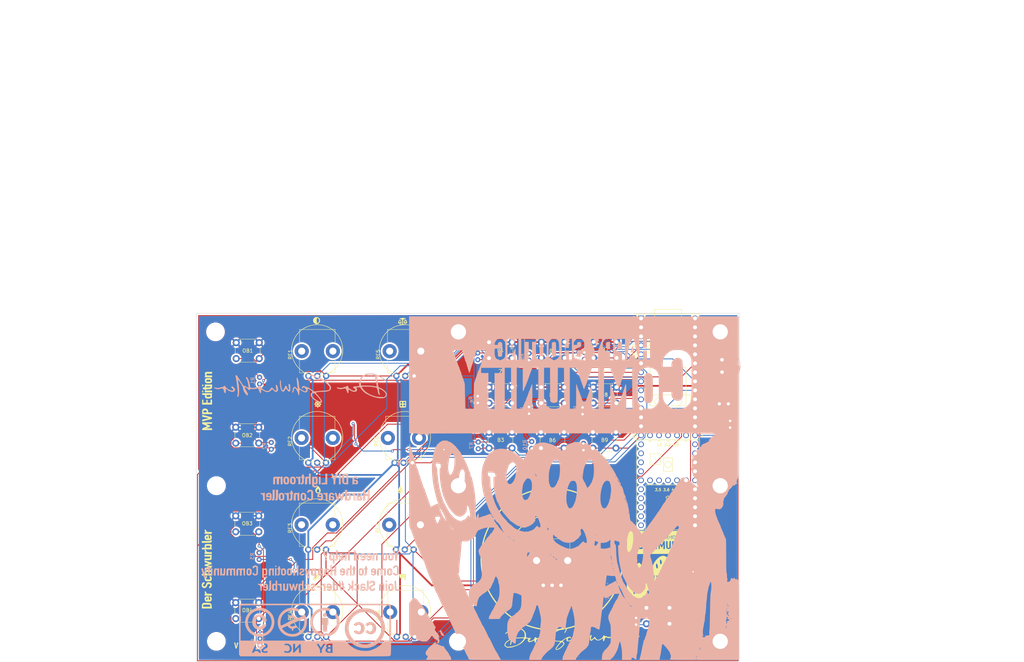
<source format=kicad_pcb>
(kicad_pcb (version 20171130) (host pcbnew "(5.1.8-0-10_14)")
  (title_block (title "Schwurbler - MVP") (date 2020-09-10) (rev 1.2) (company "Happy Shooting Community"))
  (layers (0 F.Cu signal) (31 B.Cu signal) (34 B.Paste user) (35 F.Paste user) (36 B.SilkS user) (37 F.SilkS user) (38 B.Mask user) (39 F.Mask user) (44 Edge.Cuts user))
  (net 0 "")
  (net 1 GND)
  (net 2 "Net-(B1-Pad2)")
  (net 3 "Net-(B2-Pad2)")
  (net 4 "Net-(B3-Pad2)")
  (net 5 "Net-(B4-Pad2)")
  (net 6 "Net-(B5-Pad2)")
  (net 7 "Net-(B6-Pad2)")
  (net 8 "Net-(B7-Pad2)")
  (net 9 "Net-(B8-Pad2)")
  (net 10 "Net-(B9-Pad2)")
  (net 11 "Net-(B10-Pad2)")
  (net 12 "Net-(MCU1-Pad5)")
  (net 13 "Net-(MCU1-Pad4)")
  (net 14 "Net-(MCU1-Pad3)")
  (net 15 "Net-(MCU1-Pad2)")
  (net 16 "Net-(MCU1-Pad37)")
  (net 17 "Net-(MCU1-Pad39)")
  (net 18 "Net-(MCU1-Pad40)")
  (net 19 "Net-(MCU1-Pad41)")
  (net 20 "Net-(MCU1-Pad42)")
  (net 21 "Net-(MCU1-Pad43)")
  (net 22 "Net-(MCU1-Pad44)")
  (net 23 "Net-(MCU1-Pad45)")
  (net 24 "Net-(C1-Pad2)")
  (net 25 "Net-(C1-Pad1)")
  (net 26 "Net-(D1-Pad2)")
  (net 27 "Net-(MCU1-Pad35)")
  (net 28 "Net-(MCU1-Pad38)")
  (module Schwurbler:mvp1.2frontprint (layer F.Cu) (at 152.527 111.379)
    (fp_text reference G*** hide)
    (fp_text value LOGO hide)
  )
  (module Schwurbler:MVP1.2-Bottom (layer B.Cu) (at 153.035 111.887 180)
    (fp_text reference G*** hide)
    (fp_text value LOGO hide)
  )
  (module Schwurbler:Teensy_Schwurbler_Unified_Footprint (layer F.Cu) (at 218.44 94.869 270)
    (fp_text reference MCU1 (at -0.508 -2.286 270) (layer F.SilkS))
    (fp_text value Teensy4.1)
    (fp_text user 6VFT (at -6.604 9.906 135 unlocked) (layer F.SilkS) (effects (font (size 0.25 0.25) (thickness 0.0625) italic)))
    (fp_text user VLH7 (at -11.684 10.414 90 unlocked) (layer F.SilkS) (effects (font (size 0.25 0.25) (thickness 0.0625) italic)))
    (fp_text user MIMXRT1062 (at -13.208 9.398) (layer F.SilkS) (effects (font (size 0.25 0.25) (thickness 0.0625) italic)))
    (fp_text user DVJ6A (at -5.08 12.446) (layer F.SilkS) (effects (font (size 0.25 0.25) (thickness 0.0625) italic)))
    (fp_text user DVL6A (at -12.7 9.906) (layer F.SilkS) (effects (font (size 0.25 0.25) (thickness 0.0625) italic)))
    (fp_text user MIMXRT1062 (at -13.208 9.398) (layer F.SilkS) (effects (font (size 0.25 0.25) (thickness 0.0625) italic)))
    (fp_text user MK64FX512VMD12 (at -3.048 5.334 270) (layer F.SilkS) (effects (font (size 0.25 0.25) (thickness 0.0625) italic)))
    (fp_text user MK66FX1M0VMD18 (at -3.048 5.842 270) (layer F.SilkS) (effects (font (size 0.25 0.25) (thickness 0.0625) italic)))
    (fp_text user VBat (at 15.748 13.97) (layer F.SilkS) (effects (font (size 0.25 0.25) (thickness 0.0625) italic)))
    (fp_text user 3,3V (at -25.908 -0.762 270) (layer F.SilkS) (effects (font (size 0.5 0.5) (thickness 0.125))))
    (fp_text user GND (at -30.988 18.542 270) (layer F.SilkS) (effects (font (size 0.5 0.5) (thickness 0.125))))
    (fp_text user Prog (at 3.556 6.35) (layer F.SilkS) (effects (font (size 0.25 0.25) (thickness 0.0625) italic)))
    (fp_text user Reset (at 15.748 3.81) (layer F.SilkS) (effects (font (size 0.25 0.25) (thickness 0.0625) italic)))
    (fp_text user Vbat (at 3.556 13.97) (layer F.SilkS) (effects (font (size 0.25 0.25) (thickness 0.0625) italic)))
    (fp_text user 3.3V (at 3.556 11.43) (layer F.SilkS) (effects (font (size 0.25 0.25) (thickness 0.0625) italic)))
    (fp_text user GND (at 3.556 8.89) (layer F.SilkS) (effects (font (size 0.25 0.25) (thickness 0.0625) italic)))
    (fp_text user Prog (at 3.556 6.35) (layer F.SilkS) (effects (font (size 0.25 0.25) (thickness 0.0625) italic)))
    (fp_text user DAC (at 3.556 3.81) (layer F.SilkS) (effects (font (size 0.25 0.25) (thickness 0.0625) italic)))
    (fp_text user LED (at 2.032 -0.762 270) (layer F.SilkS) (effects (font (size 0.25 0.25) (thickness 0.0625) italic)))
    (fp_text user M26M (at -6.096 10.414 135 unlocked) (layer F.SilkS) (effects (font (size 0.25 0.25) (thickness 0.0625) italic)))
    (fp_text user MK20DX256 (at -11.684 10.922 90 unlocked) (layer F.SilkS) (effects (font (size 0.25 0.25) (thickness 0.0625) italic)))
    (fp_text user D12 (at 2.032 18.542 270) (layer F.SilkS) (effects (font (size 0.5 0.5) (thickness 0.125))))
    (fp_text user D11 (at -0.508 18.542 270) (layer F.SilkS) (effects (font (size 0.5 0.5) (thickness 0.125))))
    (fp_text user D10 (at -3.048 18.542 270) (layer F.SilkS) (effects (font (size 0.5 0.5) (thickness 0.125))))
    (fp_text user D9 (at -5.588 18.542 270) (layer F.SilkS) (effects (font (size 0.5 0.5) (thickness 0.125))))
    (fp_text user D8 (at -8.128 18.542 270) (layer F.SilkS) (effects (font (size 0.5 0.5) (thickness 0.125))))
    (fp_text user D7 (at -10.668 18.542 270) (layer F.SilkS) (effects (font (size 0.5 0.5) (thickness 0.125))))
    (fp_text user D6 (at -13.208 18.542 270) (layer F.SilkS) (effects (font (size 0.5 0.5) (thickness 0.125))))
    (fp_text user D5 (at -15.748 18.542 270) (layer F.SilkS) (effects (font (size 0.5 0.5) (thickness 0.125))))
    (fp_text user D4 (at -18.288 18.542 270) (layer F.SilkS) (effects (font (size 0.5 0.5) (thickness 0.125))))
    (fp_text user D3 (at -20.828 18.542 270) (layer F.SilkS) (effects (font (size 0.5 0.5) (thickness 0.125))))
    (fp_text user D2 (at -23.368 18.542 270) (layer F.SilkS) (effects (font (size 0.5 0.5) (thickness 0.125))))
    (fp_text user D1 (at -25.908 18.542 270) (layer F.SilkS) (effects (font (size 0.5 0.5) (thickness 0.125))))
    (fp_text user D0 (at -28.448 18.542 270) (layer F.SilkS) (effects (font (size 0.5 0.5) (thickness 0.125))))
    (fp_text user GND (at -30.988 18.542 270) (layer F.SilkS) (effects (font (size 0.5 0.5) (thickness 0.125))))
    (fp_text user D14 (at -0.508 -0.762 270) (layer F.SilkS) (effects (font (size 0.5 0.5) (thickness 0.125))))
    (fp_text user A1 (at -3.048 -0.762 270) (layer F.SilkS) (effects (font (size 0.5 0.5) (thickness 0.125))))
    (fp_text user A2 (at -5.588 -0.762 270) (layer F.SilkS) (effects (font (size 0.5 0.5) (thickness 0.125))))
    (fp_text user A3 (at -8.128 -0.762 270) (layer F.SilkS) (effects (font (size 0.5 0.5) (thickness 0.125))))
    (fp_text user A4 (at -10.668 -0.762 270) (layer F.SilkS) (effects (font (size 0.5 0.5) (thickness 0.125))))
    (fp_text user A5 (at -13.208 -0.762 270) (layer F.SilkS) (effects (font (size 0.5 0.5) (thickness 0.125))))
    (fp_text user A6 (at -15.748 -0.762 270) (layer F.SilkS) (effects (font (size 0.5 0.5) (thickness 0.125))))
    (fp_text user A7 (at -18.288 -0.762 270) (layer F.SilkS) (effects (font (size 0.5 0.5) (thickness 0.125))))
    (fp_text user A8 (at -20.828 -0.762 270) (layer F.SilkS) (effects (font (size 0.5 0.5) (thickness 0.125))))
    (fp_text user A9 (at -23.368 -0.762 270) (layer F.SilkS) (effects (font (size 0.5 0.5) (thickness 0.125))))
    (fp_text user 3,3V (at -25.908 -0.762 270) (layer F.SilkS) (effects (font (size 0.5 0.5) (thickness 0.125))))
    (fp_text user Vin (at -30.988 -0.762 270) (layer F.SilkS) (effects (font (size 0.5 0.5) (thickness 0.125))))
    (fp_text user AGND (at -28.448 -0.762 270) (layer F.SilkS) (effects (font (size 0.5 0.5) (thickness 0.125))))
    (fp_text user "3.5 3.6 4.1" (at 17.272 9.398) (layer F.SilkS) (effects (font (size 0.75 0.75) (thickness 0.15) italic)))
    (fp_text user "LC 3.2 4.0" (at 4.572 8.89 unlocked) (layer F.SilkS) (effects (font (size 0.75 0.75) (thickness 0.15) italic)))
    (fp_text user USB (at -28.575 8.89 180) (layer F.SilkS))
    (fp_text user "Micro SD" (at 22.225 8.89 270) (layer F.SilkS))
    (pad 54 thru_hole circle (at 14.605 3.81 270) (size 1.6 1.6) (drill 1.1) (layers *.Cu *.Mask))
    (pad 53 thru_hole circle (at 14.605 6.35 270) (size 1.6 1.6) (drill 1.1) (layers *.Cu *.Mask))
    (pad 52 thru_hole circle (at 14.605 8.89 270) (size 1.6 1.6) (drill 1.1) (layers *.Cu *.Mask))
    (pad 51 thru_hole circle (at 14.605 11.43 270) (size 1.6 1.6) (drill 1.1) (layers *.Cu *.Mask))
    (pad 50 thru_hole circle (at 14.605 13.97 270) (size 1.6 1.6) (drill 1.1) (layers *.Cu *.Mask))
    (pad 17 thru_hole circle (at 9.525 16.51 270) (size 1.6 1.6) (drill 1.1) (layers *.Cu *.Mask))
    (pad 18 thru_hole circle (at 12.065 16.51 270) (size 1.6 1.6) (drill 1.1) (layers *.Cu *.Mask))
    (pad 19 thru_hole circle (at 14.605 16.51 270) (size 1.6 1.6) (drill 1.1) (layers *.Cu *.Mask))
    (pad 20 thru_hole circle (at 17.145 16.51 270) (size 1.6 1.6) (drill 1.1) (layers *.Cu *.Mask))
    (pad 16 thru_hole circle (at 6.985 16.51 270) (size 1.6 1.6) (drill 1.1) (layers *.Cu *.Mask))
    (pad 15 thru_hole circle (at 4.445 16.51 270) (size 1.6 1.6) (drill 1.1) (layers *.Cu *.Mask))
    (pad 14 thru_hole circle (at 1.905 16.51 270) (size 1.6 1.6) (drill 1.1) (layers *.Cu *.Mask) (net 10 "Net-(B9-Pad2)"))
    (pad 21 thru_hole circle (at 19.685 16.51 270) (size 1.6 1.6) (drill 1.1) (layers *.Cu *.Mask))
    (pad 22 thru_hole circle (at 22.225 16.51 270) (size 1.6 1.6) (drill 1.1) (layers *.Cu *.Mask))
    (pad 23 thru_hole circle (at 24.765 16.51 270) (size 1.6 1.6) (drill 1.1) (layers *.Cu *.Mask))
    (pad 24 thru_hole circle (at 27.305 16.51 270) (size 1.6 1.6) (drill 1.1) (layers *.Cu *.Mask))
    (pad 25 thru_hole circle (at 27.305 1.27 270) (size 1.6 1.6) (drill 1.1) (layers *.Cu *.Mask))
    (pad 26 thru_hole circle (at 24.765 1.27 270) (size 1.6 1.6) (drill 1.1) (layers *.Cu *.Mask))
    (pad 27 thru_hole circle (at 22.225 1.27 270) (size 1.6 1.6) (drill 1.1) (layers *.Cu *.Mask))
    (pad 28 thru_hole circle (at 19.685 1.27 270) (size 1.6 1.6) (drill 1.1) (layers *.Cu *.Mask))
    (pad 29 thru_hole circle (at 17.145 1.27 270) (size 1.6 1.6) (drill 1.1) (layers *.Cu *.Mask))
    (pad 30 thru_hole circle (at 14.605 1.27 270) (size 1.6 1.6) (drill 1.1) (layers *.Cu *.Mask))
    (pad 31 thru_hole circle (at 12.065 1.27 270) (size 1.6 1.6) (drill 1.1) (layers *.Cu *.Mask))
    (pad 32 thru_hole circle (at 9.525 1.27 270) (size 1.6 1.6) (drill 1.1) (layers *.Cu *.Mask))
    (pad 33 thru_hole circle (at 6.985 1.27 270) (size 1.6 1.6) (drill 1.1) (layers *.Cu *.Mask))
    (pad 34 thru_hole circle (at 4.445 1.27 270) (size 1.6 1.6) (drill 1.1) (layers *.Cu *.Mask))
    (pad 13 thru_hole circle (at -0.635 16.51 270) (size 1.6 1.6) (drill 1.1) (layers *.Cu *.Mask) (net 9 "Net-(B8-Pad2)"))
    (pad 12 thru_hole circle (at -3.175 16.51 270) (size 1.6 1.6) (drill 1.1) (layers *.Cu *.Mask) (net 8 "Net-(B7-Pad2)"))
    (pad 11 thru_hole circle (at -5.715 16.51 270) (size 1.6 1.6) (drill 1.1) (layers *.Cu *.Mask) (net 7 "Net-(B6-Pad2)"))
    (pad 10 thru_hole circle (at -8.255 16.51 270) (size 1.6 1.6) (drill 1.1) (layers *.Cu *.Mask) (net 6 "Net-(B5-Pad2)"))
    (pad 9 thru_hole circle (at -10.795 16.51 270) (size 1.6 1.6) (drill 1.1) (layers *.Cu *.Mask) (net 5 "Net-(B4-Pad2)"))
    (pad 8 thru_hole circle (at -13.335 16.51 270) (size 1.6 1.6) (drill 1.1) (layers *.Cu *.Mask) (net 4 "Net-(B3-Pad2)"))
    (pad 7 thru_hole circle (at -15.875 16.51 270) (size 1.6 1.6) (drill 1.1) (layers *.Cu *.Mask) (net 3 "Net-(B2-Pad2)"))
    (pad 6 thru_hole circle (at -18.415 16.51 270) (size 1.6 1.6) (drill 1.1) (layers *.Cu *.Mask) (net 2 "Net-(B1-Pad2)"))
    (pad 5 thru_hole circle (at -20.955 16.51 270) (size 1.6 1.6) (drill 1.1) (layers *.Cu *.Mask) (net 12 "Net-(MCU1-Pad5)"))
    (pad 4 thru_hole circle (at -23.495 16.51 270) (size 1.6 1.6) (drill 1.1) (layers *.Cu *.Mask) (net 13 "Net-(MCU1-Pad4)"))
    (pad 3 thru_hole circle (at -26.035 16.51 270) (size 1.6 1.6) (drill 1.1) (layers *.Cu *.Mask) (net 14 "Net-(MCU1-Pad3)"))
    (pad 2 thru_hole circle (at -28.575 16.51 270) (size 1.6 1.6) (drill 1.1) (layers *.Cu *.Mask) (net 15 "Net-(MCU1-Pad2)"))
    (pad 1 thru_hole rect (at -31.115 16.51 270) (size 1.6 1.6) (drill 1.1) (layers *.Cu *.Mask) (net 1 GND))
    (pad 35 thru_hole circle (at 1.905 1.27 270) (size 1.6 1.6) (drill 1.1) (layers *.Cu *.Mask) (net 27 "Net-(MCU1-Pad35)"))
    (pad 36 thru_hole circle (at -0.635 1.27 270) (size 1.6 1.6) (drill 1.1) (layers *.Cu *.Mask) (net 11 "Net-(B10-Pad2)"))
    (pad 37 thru_hole circle (at -3.175 1.27 270) (size 1.6 1.6) (drill 1.1) (layers *.Cu *.Mask) (net 16 "Net-(MCU1-Pad37)"))
    (pad 38 thru_hole circle (at -5.715 1.27 270) (size 1.6 1.6) (drill 1.1) (layers *.Cu *.Mask) (net 28 "Net-(MCU1-Pad38)"))
    (pad 39 thru_hole circle (at -8.255 1.27 270) (size 1.6 1.6) (drill 1.1) (layers *.Cu *.Mask) (net 17 "Net-(MCU1-Pad39)"))
    (pad 40 thru_hole circle (at -10.795 1.27 270) (size 1.6 1.6) (drill 1.1) (layers *.Cu *.Mask) (net 18 "Net-(MCU1-Pad40)"))
    (pad 41 thru_hole circle (at -13.335 1.27 270) (size 1.6 1.6) (drill 1.1) (layers *.Cu *.Mask) (net 19 "Net-(MCU1-Pad41)"))
    (pad 42 thru_hole circle (at -15.875 1.27 270) (size 1.6 1.6) (drill 1.1) (layers *.Cu *.Mask) (net 20 "Net-(MCU1-Pad42)"))
    (pad 43 thru_hole circle (at -18.415 1.27 270) (size 1.6 1.6) (drill 1.1) (layers *.Cu *.Mask) (net 21 "Net-(MCU1-Pad43)"))
    (pad 44 thru_hole circle (at -20.955 1.27 270) (size 1.6 1.6) (drill 1.1) (layers *.Cu *.Mask) (net 22 "Net-(MCU1-Pad44)"))
    (pad 45 thru_hole circle (at -23.495 1.27 270) (size 1.6 1.6) (drill 1.1) (layers *.Cu *.Mask) (net 23 "Net-(MCU1-Pad45)"))
    (pad 46 thru_hole circle (at -26.035 1.27 270) (size 1.6 1.6) (drill 1.1) (layers *.Cu *.Mask) (net 25 "Net-(C1-Pad1)"))
    (pad 47 thru_hole circle (at -28.575 1.27 270) (size 1.6 1.6) (drill 1.1) (layers *.Cu *.Mask) (net 24 "Net-(C1-Pad2)"))
    (pad 48 thru_hole circle (at -31.115 1.27 270) (size 1.6 1.6) (drill 1.1) (layers *.Cu *.Mask))
    (pad 68 thru_hole circle (at 1.905 8.89 270) (size 1.6 1.6) (drill 1.1) (layers *.Cu))
    (pad 69 thru_hole circle (at 1.905 6.35 270) (size 1.6 1.6) (drill 1.1) (layers *.Cu))
    (pad 70 thru_hole circle (at 1.905 3.81 270) (size 1.6 1.6) (drill 1.1) (layers *.Cu))
    (pad 71 thru_hole circle (at 1.905 11.43 270) (size 1.6 1.6) (drill 1.1) (layers *.Cu))
    (pad 72 thru_hole circle (at 1.905 13.97 270) (size 1.6 1.6) (drill 1.1) (layers *.Cu))
  )
  (module Button_Switch_THT:SW_PUSH_6mm_H5mm (layer F.Cu) (at 87.63 70.612)
    (fp_text reference OB1 (at 3.25 2.286) (layer F.SilkS))
    (fp_text value "monumentary switch Button" hide)
    (pad 1 thru_hole circle (at 6.5 0 90) (size 2 2) (drill 1.1) (layers *.Cu *.Mask) (net 1 GND))
    (pad 2 thru_hole circle (at 6.5 4.5 90) (size 2 2) (drill 1.1) (layers *.Cu *.Mask) (net 15 "Net-(MCU1-Pad2)"))
    (pad 1 thru_hole circle (at 0 0 90) (size 2 2) (drill 1.1) (layers *.Cu *.Mask) (net 1 GND))
    (pad 2 thru_hole circle (at 0 4.5 90) (size 2 2) (drill 1.1) (layers *.Cu *.Mask) (net 15 "Net-(MCU1-Pad2)"))
  )
  (module Button_Switch_THT:SW_PUSH_6mm_H5mm (layer F.Cu) (at 87.503 94.488)
    (fp_text reference OB2 (at 3.25 2.286) (layer F.SilkS))
    (fp_text value "monumentary switch Button" hide)
    (pad 1 thru_hole circle (at 6.5 0 90) (size 2 2) (drill 1.1) (layers *.Cu *.Mask) (net 1 GND))
    (pad 2 thru_hole circle (at 6.5 4.5 90) (size 2 2) (drill 1.1) (layers *.Cu *.Mask) (net 14 "Net-(MCU1-Pad3)"))
    (pad 1 thru_hole circle (at 0 0 90) (size 2 2) (drill 1.1) (layers *.Cu *.Mask) (net 1 GND))
    (pad 2 thru_hole circle (at 0 4.5 90) (size 2 2) (drill 1.1) (layers *.Cu *.Mask) (net 14 "Net-(MCU1-Pad3)"))
  )
  (module Button_Switch_THT:SW_PUSH_6mm_H5mm (layer F.Cu) (at 87.503 119.507)
    (fp_text reference OB3 (at 3.25 2.159) (layer F.SilkS))
    (fp_text value "monumentary switch Button" hide)
    (pad 1 thru_hole circle (at 6.5 0 90) (size 2 2) (drill 1.1) (layers *.Cu *.Mask) (net 1 GND))
    (pad 2 thru_hole circle (at 6.5 4.5 90) (size 2 2) (drill 1.1) (layers *.Cu *.Mask) (net 13 "Net-(MCU1-Pad4)"))
    (pad 1 thru_hole circle (at 0 0 90) (size 2 2) (drill 1.1) (layers *.Cu *.Mask) (net 1 GND))
    (pad 2 thru_hole circle (at 0 4.5 90) (size 2 2) (drill 1.1) (layers *.Cu *.Mask) (net 13 "Net-(MCU1-Pad4)"))
  )
  (module MountingHole:MountingHole_4.3mm_M4 (layer F.Cu) (at 82.042 154.94)
    (fp_text reference MHBL hide)
    (fp_text value MountingHole_4.3mm_M4 hide)
    (pad 1 np_thru_hole circle (at 0 0) (size 4.3 4.3) (drill 4.3) (layers *.Cu *.Mask))
  )
  (module MountingHole:MountingHole_4.3mm_M4 (layer F.Cu) (at 82.042 110.998 90)
    (fp_text reference MHML hide)
    (fp_text value MountingHole_4.3mm_M4 hide)
    (pad 1 np_thru_hole circle (at 0 0 90) (size 4.3 4.3) (drill 4.3) (layers *.Cu *.Mask))
  )
  (module MountingHole:MountingHole_4.3mm_M4 (layer F.Cu) (at 81.788 67.564 90)
    (fp_text reference MHTL hide)
    (fp_text value MountingHole_4.3mm_M4 hide)
    (pad 1 np_thru_hole circle (at 0 0 90) (size 4.3 4.3) (drill 4.3) (layers *.Cu *.Mask))
  )
  (module MountingHole:MountingHole_4.3mm_M4 (layer F.Cu) (at 150.368 67.564)
    (fp_text reference MHTC hide)
    (fp_text value MountingHole_4.3mm_M4 hide)
    (pad 1 np_thru_hole circle (at 0 0) (size 4.3 4.3) (drill 4.3) (layers *.Cu *.Mask))
  )
  (module MountingHole:MountingHole_4.3mm_M4 (layer F.Cu) (at 150.368 111)
    (fp_text reference MHMC hide)
    (fp_text value MountingHole_4.3mm_M4 hide)
    (pad 1 np_thru_hole circle (at 0 0) (size 4.3 4.3) (drill 4.3) (layers *.Cu *.Mask))
  )
  (module MountingHole:MountingHole_4.3mm_M4 (layer F.Cu) (at 150.368 154.94)
    (fp_text reference MHBC hide)
    (fp_text value MountingHole_4.3mm_M4 hide)
    (pad 1 np_thru_hole circle (at 0 0) (size 4.3 4.3) (drill 4.3) (layers *.Cu *.Mask))
  )
  (module MountingHole:MountingHole_4.3mm_M4 (layer F.Cu) (at 224.282 111)
    (fp_text reference MHMR hide)
    (fp_text value MountingHole_4.3mm_M4 hide)
    (pad 1 np_thru_hole circle (at 0 0) (size 4.3 4.3) (drill 4.3) (layers *.Cu *.Mask))
  )
  (module MountingHole:MountingHole_4.3mm_M4 (layer F.Cu) (at 224.282 154.94)
    (fp_text reference MHBR hide)
    (fp_text value MountingHole_4.3mm_M4 hide)
    (pad 1 np_thru_hole circle (at 0 0) (size 4.3 4.3) (drill 4.3) (layers *.Cu *.Mask))
  )
  (module MountingHole:MountingHole_4.3mm_M4 (layer F.Cu) (at 224.282 67.564)
    (fp_text reference MHTR hide)
    (fp_text value MountingHole_4.3mm_M4 hide)
    (pad 1 np_thru_hole circle (at 0 0) (size 4.3 4.3) (drill 4.3) (layers *.Cu *.Mask))
  )
  (module Button_Switch_THT:SW_PUSH_6mm_H5mm (layer F.Cu) (at 188.532 70.4215)
    (fp_text reference B7 (at 3.302 2.159) (layer F.SilkS))
    (fp_text value "monumentary switch Buttons" hide)
    (pad 1 thru_hole circle (at 6.5 0 90) (size 2 2) (drill 1.1) (layers *.Cu *.Mask) (net 1 GND))
    (pad 2 thru_hole circle (at 6.5 4.5 90) (size 2 2) (drill 1.1) (layers *.Cu *.Mask) (net 8 "Net-(B7-Pad2)"))
    (pad 1 thru_hole circle (at 0 0 90) (size 2 2) (drill 1.1) (layers *.Cu *.Mask) (net 1 GND))
    (pad 2 thru_hole circle (at 0 4.5 90) (size 2 2) (drill 1.1) (layers *.Cu *.Mask) (net 8 "Net-(B7-Pad2)"))
  )
  (module Button_Switch_THT:SW_PUSH_6mm_H5mm (layer F.Cu) (at 173.672 95.885)
    (fp_text reference B6 (at 3.25 2.286) (layer F.SilkS))
    (fp_text value "monumentary switch Buttons" hide)
    (pad 1 thru_hole circle (at 6.5 0 90) (size 2 2) (drill 1.1) (layers *.Cu *.Mask) (net 1 GND))
    (pad 2 thru_hole circle (at 6.5 4.5 90) (size 2 2) (drill 1.1) (layers *.Cu *.Mask) (net 7 "Net-(B6-Pad2)"))
    (pad 1 thru_hole circle (at 0 0 90) (size 2 2) (drill 1.1) (layers *.Cu *.Mask) (net 1 GND))
    (pad 2 thru_hole circle (at 0 4.5 90) (size 2 2) (drill 1.1) (layers *.Cu *.Mask) (net 7 "Net-(B6-Pad2)"))
  )
  (module Resistor_THT:R_Axial_DIN0204_L3.6mm_D1.6mm_P1.90mm_Vertical (layer B.Cu) (at 227.076 92.71 270)
    (fp_text reference R15 (at 0.95 1.92 270) (layer B.SilkS) (effects (justify mirror)))
    (fp_text value " 470Ohm (optional)" hide)
    (pad 2 thru_hole oval (at 1.9 0 270) (size 1.4 1.4) (drill 0.7) (layers *.Cu *.Mask) (net 27 "Net-(MCU1-Pad35)"))
    (pad 1 thru_hole circle (at 0 0 270) (size 1.4 1.4) (drill 0.7) (layers *.Cu *.Mask) (net 26 "Net-(D1-Pad2)"))
  )
  (module Resistor_THT:R_Axial_DIN0204_L3.6mm_D1.6mm_P1.90mm_Vertical (layer B.Cu) (at 200.533 148.336 270)
    (fp_text reference R14 (at 0.95 1.92 270) (layer B.SilkS) (effects (justify mirror)))
    (fp_text value " 10kOhm (optional)" hide)
    (pad 2 thru_hole oval (at 1.9 0 270) (size 1.4 1.4) (drill 0.7) (layers *.Cu *.Mask) (net 11 "Net-(B10-Pad2)"))
    (pad 1 thru_hole circle (at 0 0 270) (size 1.4 1.4) (drill 0.7) (layers *.Cu *.Mask) (net 25 "Net-(C1-Pad1)"))
  )
  (module Resistor_THT:R_Axial_DIN0204_L3.6mm_D1.6mm_P1.90mm_Vertical (layer B.Cu) (at 185.674 99.06 270)
    (fp_text reference R13 (at 0.95 1.92 270) (layer B.SilkS) (effects (justify mirror)))
    (fp_text value " 10kOhm (optional)" hide)
    (pad 2 thru_hole oval (at 1.9 0 270) (size 1.4 1.4) (drill 0.7) (layers *.Cu *.Mask) (net 10 "Net-(B9-Pad2)"))
    (pad 1 thru_hole circle (at 0 0 270) (size 1.4 1.4) (drill 0.7) (layers *.Cu *.Mask) (net 25 "Net-(C1-Pad1)"))
  )
  (module Resistor_THT:R_Axial_DIN0204_L3.6mm_D1.6mm_P1.90mm_Vertical (layer B.Cu) (at 185.42 88.9 270)
    (fp_text reference R12 (at 0.95 1.92 270) (layer B.SilkS) (effects (justify mirror)))
    (fp_text value " 10kOhm (optional)" hide)
    (pad 2 thru_hole oval (at 1.9 0 270) (size 1.4 1.4) (drill 0.7) (layers *.Cu *.Mask) (net 9 "Net-(B8-Pad2)"))
    (pad 1 thru_hole circle (at 0 0 270) (size 1.4 1.4) (drill 0.7) (layers *.Cu *.Mask) (net 25 "Net-(C1-Pad1)"))
  )
  (module Resistor_THT:R_Axial_DIN0204_L3.6mm_D1.6mm_P1.90mm_Vertical (layer B.Cu) (at 185.928 73.406 270)
    (fp_text reference R11 (at 0.95 1.92 270) (layer B.SilkS) (effects (justify mirror)))
    (fp_text value " 10kOhm (optional)" hide)
    (pad 2 thru_hole oval (at 1.9 0 270) (size 1.4 1.4) (drill 0.7) (layers *.Cu *.Mask) (net 8 "Net-(B7-Pad2)"))
    (pad 1 thru_hole circle (at 0 0 270) (size 1.4 1.4) (drill 0.7) (layers *.Cu *.Mask) (net 25 "Net-(C1-Pad1)"))
  )
  (module Resistor_THT:R_Axial_DIN0204_L3.6mm_D1.6mm_P1.90mm_Vertical (layer B.Cu) (at 171.069 98.552 270)
    (fp_text reference R10 (at 0.95 1.92 270) (layer B.SilkS) (effects (justify mirror)))
    (fp_text value " 10kOhm (optional)" hide)
    (pad 2 thru_hole oval (at 1.9 0 270) (size 1.4 1.4) (drill 0.7) (layers *.Cu *.Mask) (net 7 "Net-(B6-Pad2)"))
    (pad 1 thru_hole circle (at 0 0 270) (size 1.4 1.4) (drill 0.7) (layers *.Cu *.Mask) (net 25 "Net-(C1-Pad1)"))
  )
  (module Resistor_THT:R_Axial_DIN0204_L3.6mm_D1.6mm_P1.90mm_Vertical (layer B.Cu) (at 170.307 88.773 270)
    (fp_text reference R9 (at 0.95 1.92 270) (layer B.SilkS) (effects (justify mirror)))
    (fp_text value " 10kOhm (optional)" hide)
    (pad 2 thru_hole oval (at 1.9 0 270) (size 1.4 1.4) (drill 0.7) (layers *.Cu *.Mask) (net 6 "Net-(B5-Pad2)"))
    (pad 1 thru_hole circle (at 0 0 270) (size 1.4 1.4) (drill 0.7) (layers *.Cu *.Mask) (net 25 "Net-(C1-Pad1)"))
  )
  (module Resistor_THT:R_Axial_DIN0204_L3.6mm_D1.6mm_P1.90mm_Vertical (layer B.Cu) (at 170.307 73.66 270)
    (fp_text reference R8 (at 0.95 1.92 270) (layer B.SilkS) (effects (justify mirror)))
    (fp_text value " 10kOhm (optional)" hide)
    (pad 2 thru_hole oval (at 1.9 0 270) (size 1.4 1.4) (drill 0.7) (layers *.Cu *.Mask) (net 5 "Net-(B4-Pad2)"))
    (pad 1 thru_hole circle (at 0 0 270) (size 1.4 1.4) (drill 0.7) (layers *.Cu *.Mask) (net 25 "Net-(C1-Pad1)"))
  )
  (module Resistor_THT:R_Axial_DIN0204_L3.6mm_D1.6mm_P1.90mm_Vertical (layer B.Cu) (at 155.956 98.679 270)
    (fp_text reference R7 (at 0.95 1.92 270) (layer B.SilkS) (effects (justify mirror)))
    (fp_text value " 10kOhm (optional)" hide)
    (pad 2 thru_hole oval (at 1.9 0 270) (size 1.4 1.4) (drill 0.7) (layers *.Cu *.Mask) (net 4 "Net-(B3-Pad2)"))
    (pad 1 thru_hole circle (at 0 0 270) (size 1.4 1.4) (drill 0.7) (layers *.Cu *.Mask) (net 25 "Net-(C1-Pad1)"))
  )
  (module Resistor_THT:R_Axial_DIN0204_L3.6mm_D1.6mm_P1.90mm_Vertical (layer B.Cu) (at 155.829 85.725 270)
    (fp_text reference Re (at 0.95 1.92 270) (layer B.SilkS) (effects (justify mirror)))
    (fp_text value " 10kOhm (optional)" hide)
    (pad 2 thru_hole oval (at 1.9 0 270) (size 1.4 1.4) (drill 0.7) (layers *.Cu *.Mask) (net 3 "Net-(B2-Pad2)"))
    (pad 1 thru_hole circle (at 0 0 270) (size 1.4 1.4) (drill 0.7) (layers *.Cu *.Mask) (net 25 "Net-(C1-Pad1)"))
  )
  (module Resistor_THT:R_Axial_DIN0204_L3.6mm_D1.6mm_P1.90mm_Vertical (layer B.Cu) (at 155.829 73.533 270)
    (fp_text reference R5 (at 0.95 1.92 270) (layer B.SilkS) (effects (justify mirror)))
    (fp_text value " 10kOhm (optional)" hide)
    (pad 2 thru_hole oval (at 1.9 0 270) (size 1.4 1.4) (drill 0.7) (layers *.Cu *.Mask) (net 2 "Net-(B1-Pad2)"))
    (pad 1 thru_hole circle (at 0 0 270) (size 1.4 1.4) (drill 0.7) (layers *.Cu *.Mask) (net 25 "Net-(C1-Pad1)"))
  )
  (module Resistor_THT:R_Axial_DIN0204_L3.6mm_D1.6mm_P1.90mm_Vertical (layer B.Cu) (at 94.361 154.178 270)
    (fp_text reference R4 (at 0.95 1.92 270) (layer B.SilkS) (effects (justify mirror)))
    (fp_text value " 10kOhm (optional)" hide)
    (pad 2 thru_hole oval (at 1.9 0 270) (size 1.4 1.4) (drill 0.7) (layers *.Cu *.Mask) (net 25 "Net-(C1-Pad1)"))
    (pad 1 thru_hole circle (at 0 0 270) (size 1.4 1.4) (drill 0.7) (layers *.Cu *.Mask) (net 12 "Net-(MCU1-Pad5)"))
  )
  (module Resistor_THT:R_Axial_DIN0204_L3.6mm_D1.6mm_P1.90mm_Vertical (layer B.Cu) (at 94.107 129.926 270)
    (fp_text reference R3 (at 0.95 1.92 270) (layer B.SilkS) (effects (justify mirror)))
    (fp_text value " 10kOhm (optional)" hide)
    (pad 2 thru_hole oval (at 1.9 0 270) (size 1.4 1.4) (drill 0.7) (layers *.Cu *.Mask) (net 25 "Net-(C1-Pad1)"))
    (pad 1 thru_hole circle (at 0 0 270) (size 1.4 1.4) (drill 0.7) (layers *.Cu *.Mask) (net 13 "Net-(MCU1-Pad4)"))
  )
  (module Resistor_THT:R_Axial_DIN0204_L3.6mm_D1.6mm_P1.90mm_Vertical (layer B.Cu) (at 97.536 98.806 270)
    (fp_text reference R2 (at 0.95 1.92 270) (layer B.SilkS) (effects (justify mirror)))
    (fp_text value " 10kOhm (optional)" hide)
    (pad 2 thru_hole oval (at 1.9 0 270) (size 1.4 1.4) (drill 0.7) (layers *.Cu *.Mask) (net 25 "Net-(C1-Pad1)"))
    (pad 1 thru_hole circle (at 0 0 270) (size 1.4 1.4) (drill 0.7) (layers *.Cu *.Mask) (net 14 "Net-(MCU1-Pad3)"))
  )
  (module Resistor_THT:R_Axial_DIN0204_L3.6mm_D1.6mm_P1.90mm_Vertical (layer B.Cu) (at 94.234 80.391 270)
    (fp_text reference R1 (at 0.95 1.92 270) (layer B.SilkS) (effects (justify mirror)))
    (fp_text value " 10kOhm (optional)" hide)
    (pad 2 thru_hole oval (at 1.9 0 270) (size 1.4 1.4) (drill 0.7) (layers *.Cu *.Mask) (net 25 "Net-(C1-Pad1)"))
    (pad 1 thru_hole circle (at 0 0 270) (size 1.4 1.4) (drill 0.7) (layers *.Cu *.Mask) (net 15 "Net-(MCU1-Pad2)"))
  )
  (module LED_THT:LED_D5.0mm (layer F.Cu) (at 224.028 87.884)
    (fp_text reference D1 (at 1.27 -3.96) (layer F.SilkS))
    (fp_text value LED)
    (pad 2 thru_hole circle (at 2.54 0) (size 1.8 1.8) (drill 0.9) (layers *.Cu *.Mask) (net 26 "Net-(D1-Pad2)"))
    (pad 1 thru_hole rect (at 0 0) (size 1.8 1.8) (drill 0.9) (layers *.Cu *.Mask) (net 1 GND))
  )
  (module Capacitor_THT:CP_Radial_D10.0mm_P3.50mm (layer B.Cu) (at 224.79 75.438 270)
    (fp_text reference C1 (at 1.75 6.25 270) (layer B.SilkS) (effects (justify mirror)))
    (fp_text value optional hide)
    (pad 2 thru_hole circle (at 3.5 0 270) (size 2 2) (drill 1) (layers *.Cu *.Mask) (net 24 "Net-(C1-Pad2)"))
    (pad 1 thru_hole rect (at 0 0 270) (size 2 2) (drill 1) (layers *.Cu *.Mask) (net 25 "Net-(C1-Pad1)"))
  )
  (module Button_Switch_THT:SW_PUSH_6mm_H5mm (layer F.Cu) (at 159.004 95.885)
    (fp_text reference B3 (at 3.302 2.2225) (layer F.SilkS))
    (fp_text value "monumentary switch Buttons" hide)
    (pad 1 thru_hole circle (at 6.5 0 90) (size 2 2) (drill 1.1) (layers *.Cu *.Mask) (net 1 GND))
    (pad 2 thru_hole circle (at 6.5 4.5 90) (size 2 2) (drill 1.1) (layers *.Cu *.Mask) (net 4 "Net-(B3-Pad2)"))
    (pad 1 thru_hole circle (at 0 0 90) (size 2 2) (drill 1.1) (layers *.Cu *.Mask) (net 1 GND))
    (pad 2 thru_hole circle (at 0 4.5 90) (size 2 2) (drill 1.1) (layers *.Cu *.Mask) (net 4 "Net-(B3-Pad2)"))
  )
  (module Button_Switch_THT:SW_PUSH_6mm_H5mm (layer F.Cu) (at 203.454 145.478)
    (fp_text reference B10 (at 3.302 2.0955) (layer F.SilkS))
    (fp_text value "monumentary switch Buttons" hide)
    (pad 1 thru_hole circle (at 6.5 0 90) (size 2 2) (drill 1.1) (layers *.Cu *.Mask) (net 1 GND))
    (pad 2 thru_hole circle (at 6.5 4.5 90) (size 2 2) (drill 1.1) (layers *.Cu *.Mask) (net 11 "Net-(B10-Pad2)"))
    (pad 1 thru_hole circle (at 0 0 90) (size 2 2) (drill 1.1) (layers *.Cu *.Mask) (net 1 GND))
    (pad 2 thru_hole circle (at 0 4.5 90) (size 2 2) (drill 1.1) (layers *.Cu *.Mask) (net 11 "Net-(B10-Pad2)"))
  )
  (module Potentiometer_THT:Potentiometer_Alps_RK09K_Single_Vertical (layer F.Cu) (at 112.99 129.032 90)
    (fp_text reference RE3 (at 6.05 -10.15 90) (layer F.SilkS))
    (fp_text value 10k)
    (pad "" np_thru_hole circle (at 7 1.9 90) (size 4 4) (drill 2) (layers *.Cu *.Mask))
    (pad "" np_thru_hole circle (at 7 -6.9 90) (size 4 4) (drill 2) (layers *.Cu *.Mask))
    (pad 1 thru_hole circle (at 0 0 90) (size 1.8 1.8) (drill 1) (layers *.Cu *.Mask) (net 25 "Net-(C1-Pad1)"))
    (pad 2 thru_hole circle (at 0 -2.5 90) (size 1.8 1.8) (drill 1) (layers *.Cu *.Mask) (net 21 "Net-(MCU1-Pad43)"))
    (pad 3 thru_hole circle (at 0 -5 90) (size 1.8 1.8) (drill 1) (layers *.Cu *.Mask) (net 24 "Net-(C1-Pad2)"))
  )
  (module Potentiometer_THT:Potentiometer_Alps_RK09K_Single_Vertical (layer F.Cu) (at 137.35 104.521 90)
    (fp_text reference RE6 (at 6.05 -10.15 90) (layer F.SilkS))
    (fp_text value 10k)
    (pad "" np_thru_hole circle (at 7 1.9 90) (size 4 4) (drill 2) (layers *.Cu *.Mask))
    (pad "" np_thru_hole circle (at 7 -6.9 90) (size 4 4) (drill 2) (layers *.Cu *.Mask))
    (pad 1 thru_hole circle (at 0 0 90) (size 1.8 1.8) (drill 1) (layers *.Cu *.Mask) (net 25 "Net-(C1-Pad1)"))
    (pad 2 thru_hole circle (at 0 -2.5 90) (size 1.8 1.8) (drill 1) (layers *.Cu *.Mask) (net 18 "Net-(MCU1-Pad40)"))
    (pad 3 thru_hole circle (at 0 -5 90) (size 1.8 1.8) (drill 1) (layers *.Cu *.Mask) (net 24 "Net-(C1-Pad2)"))
  )
  (module Potentiometer_THT:Potentiometer_Alps_RK09K_Single_Vertical (layer F.Cu) (at 113.03 153.67 90)
    (fp_text reference RE4 (at 6.05 -10.15 90) (layer F.SilkS))
    (fp_text value 10k)
    (pad "" np_thru_hole circle (at 7 1.9 90) (size 4 4) (drill 2) (layers *.Cu *.Mask))
    (pad "" np_thru_hole circle (at 7 -6.9 90) (size 4 4) (drill 2) (layers *.Cu *.Mask))
    (pad 1 thru_hole circle (at 0 0 90) (size 1.8 1.8) (drill 1) (layers *.Cu *.Mask) (net 25 "Net-(C1-Pad1)"))
    (pad 2 thru_hole circle (at 0 -2.5 90) (size 1.8 1.8) (drill 1) (layers *.Cu *.Mask) (net 20 "Net-(MCU1-Pad42)"))
    (pad 3 thru_hole circle (at 0 -5 90) (size 1.8 1.8) (drill 1) (layers *.Cu *.Mask) (net 24 "Net-(C1-Pad2)"))
  )
  (module Potentiometer_THT:Potentiometer_Alps_RK09K_Single_Vertical (layer F.Cu) (at 179.324 139.128 90)
    (fp_text reference RE9 (at 6.05 -10.15 90) (layer F.SilkS))
    (fp_text value 10k)
    (pad "" np_thru_hole circle (at 7 1.9 90) (size 4 4) (drill 2) (layers *.Cu *.Mask))
    (pad "" np_thru_hole circle (at 7 -6.9 90) (size 4 4) (drill 2) (layers *.Cu *.Mask))
    (pad 1 thru_hole circle (at 0 0 90) (size 1.8 1.8) (drill 1) (layers *.Cu *.Mask) (net 25 "Net-(C1-Pad1)"))
    (pad 2 thru_hole circle (at 0 -2.5 90) (size 1.8 1.8) (drill 1) (layers *.Cu *.Mask) (net 16 "Net-(MCU1-Pad37)"))
    (pad 3 thru_hole circle (at 0 -5 90) (size 1.8 1.8) (drill 1) (layers *.Cu *.Mask) (net 24 "Net-(C1-Pad2)"))
  )
  (module Potentiometer_THT:Potentiometer_Alps_RK09K_Single_Vertical (layer F.Cu) (at 137.986 153.67 90)
    (fp_text reference RE8 (at 6.05 -10.15 90) (layer F.SilkS))
    (fp_text value 10k)
    (pad "" np_thru_hole circle (at 7 1.9 90) (size 4 4) (drill 2) (layers *.Cu *.Mask))
    (pad "" np_thru_hole circle (at 7 -6.9 90) (size 4 4) (drill 2) (layers *.Cu *.Mask))
    (pad 1 thru_hole circle (at 0 0 90) (size 1.8 1.8) (drill 1) (layers *.Cu *.Mask) (net 25 "Net-(C1-Pad1)"))
    (pad 2 thru_hole circle (at 0 -2.5 90) (size 1.8 1.8) (drill 1) (layers *.Cu *.Mask) (net 28 "Net-(MCU1-Pad38)"))
    (pad 3 thru_hole circle (at 0 -5 90) (size 1.8 1.8) (drill 1) (layers *.Cu *.Mask) (net 24 "Net-(C1-Pad2)"))
  )
  (module Potentiometer_THT:Potentiometer_Alps_RK09K_Single_Vertical (layer F.Cu) (at 137.732 129.032 90)
    (fp_text reference RE7 (at 6.05 -10.15 90) (layer F.SilkS))
    (fp_text value 10k)
    (pad "" np_thru_hole circle (at 7 1.9 90) (size 4 4) (drill 2) (layers *.Cu *.Mask))
    (pad "" np_thru_hole circle (at 7 -6.9 90) (size 4 4) (drill 2) (layers *.Cu *.Mask))
    (pad 1 thru_hole circle (at 0 0 90) (size 1.8 1.8) (drill 1) (layers *.Cu *.Mask) (net 25 "Net-(C1-Pad1)"))
    (pad 2 thru_hole circle (at 0 -2.5 90) (size 1.8 1.8) (drill 1) (layers *.Cu *.Mask) (net 17 "Net-(MCU1-Pad39)"))
    (pad 3 thru_hole circle (at 0 -5 90) (size 1.8 1.8) (drill 1) (layers *.Cu *.Mask) (net 24 "Net-(C1-Pad2)"))
  )
  (module Potentiometer_THT:Potentiometer_Alps_RK09K_Single_Vertical (layer F.Cu) (at 137.858 80.01 90)
    (fp_text reference RE5 (at 6.05 -10.15 90) (layer F.SilkS))
    (fp_text value 10k)
    (pad "" np_thru_hole circle (at 7 1.9 90) (size 4 4) (drill 2) (layers *.Cu *.Mask))
    (pad "" np_thru_hole circle (at 7 -6.9 90) (size 4 4) (drill 2) (layers *.Cu *.Mask))
    (pad 1 thru_hole circle (at 0 0 90) (size 1.8 1.8) (drill 1) (layers *.Cu *.Mask) (net 25 "Net-(C1-Pad1)"))
    (pad 2 thru_hole circle (at 0 -2.5 90) (size 1.8 1.8) (drill 1) (layers *.Cu *.Mask) (net 19 "Net-(MCU1-Pad41)"))
    (pad 3 thru_hole circle (at 0 -5 90) (size 1.8 1.8) (drill 1) (layers *.Cu *.Mask) (net 24 "Net-(C1-Pad2)"))
  )
  (module Potentiometer_THT:Potentiometer_Alps_RK09K_Single_Vertical (layer F.Cu) (at 112.99 104.521 90)
    (fp_text reference RE2 (at 6.05 -10.15 90) (layer F.SilkS))
    (fp_text value 10k)
    (pad "" np_thru_hole circle (at 7 1.9 90) (size 4 4) (drill 2) (layers *.Cu *.Mask))
    (pad "" np_thru_hole circle (at 7 -6.9 90) (size 4 4) (drill 2) (layers *.Cu *.Mask))
    (pad 1 thru_hole circle (at 0 0 90) (size 1.8 1.8) (drill 1) (layers *.Cu *.Mask) (net 25 "Net-(C1-Pad1)"))
    (pad 2 thru_hole circle (at 0 -2.5 90) (size 1.8 1.8) (drill 1) (layers *.Cu *.Mask) (net 22 "Net-(MCU1-Pad44)"))
    (pad 3 thru_hole circle (at 0 -5 90) (size 1.8 1.8) (drill 1) (layers *.Cu *.Mask) (net 24 "Net-(C1-Pad2)"))
  )
  (module Potentiometer_THT:Potentiometer_Alps_RK09K_Single_Vertical (layer F.Cu) (at 113.03 80.01 90)
    (fp_text reference RE1 (at 6.05 -10.15 90) (layer F.SilkS))
    (fp_text value 10k)
    (pad "" np_thru_hole circle (at 7 1.9 90) (size 4 4) (drill 2) (layers *.Cu *.Mask))
    (pad "" np_thru_hole circle (at 7 -6.9 90) (size 4 4) (drill 2) (layers *.Cu *.Mask))
    (pad 1 thru_hole circle (at 0 0 90) (size 1.8 1.8) (drill 1) (layers *.Cu *.Mask) (net 25 "Net-(C1-Pad1)"))
    (pad 2 thru_hole circle (at 0 -2.5 90) (size 1.8 1.8) (drill 1) (layers *.Cu *.Mask) (net 23 "Net-(MCU1-Pad45)"))
    (pad 3 thru_hole circle (at 0 -5 90) (size 1.8 1.8) (drill 1) (layers *.Cu *.Mask) (net 24 "Net-(C1-Pad2)"))
  )
  (module Button_Switch_THT:SW_PUSH_6mm_H5mm (layer F.Cu) (at 87.503 144.018)
    (fp_text reference OB4 (at 3.302 2.159) (layer F.SilkS))
    (fp_text value "monumentary switch Button" hide)
    (pad 1 thru_hole circle (at 6.5 0 90) (size 2 2) (drill 1.1) (layers *.Cu *.Mask) (net 1 GND))
    (pad 2 thru_hole circle (at 6.5 4.5 90) (size 2 2) (drill 1.1) (layers *.Cu *.Mask) (net 12 "Net-(MCU1-Pad5)"))
    (pad 1 thru_hole circle (at 0 0 90) (size 2 2) (drill 1.1) (layers *.Cu *.Mask) (net 1 GND))
    (pad 2 thru_hole circle (at 0 4.5 90) (size 2 2) (drill 1.1) (layers *.Cu *.Mask) (net 12 "Net-(MCU1-Pad5)"))
  )
  (module Button_Switch_THT:SW_PUSH_6mm_H5mm (layer F.Cu) (at 188.341 95.885)
    (fp_text reference B9 (at 3.302 2.2225) (layer F.SilkS))
    (fp_text value "monumentary switch Buttons" hide)
    (pad 1 thru_hole circle (at 6.5 0 90) (size 2 2) (drill 1.1) (layers *.Cu *.Mask) (net 1 GND))
    (pad 2 thru_hole circle (at 6.5 4.5 90) (size 2 2) (drill 1.1) (layers *.Cu *.Mask) (net 10 "Net-(B9-Pad2)"))
    (pad 1 thru_hole circle (at 0 0 90) (size 2 2) (drill 1.1) (layers *.Cu *.Mask) (net 1 GND))
    (pad 2 thru_hole circle (at 0 4.5 90) (size 2 2) (drill 1.1) (layers *.Cu *.Mask) (net 10 "Net-(B9-Pad2)"))
  )
  (module Button_Switch_THT:SW_PUSH_6mm_H5mm (layer F.Cu) (at 188.468 83.185)
    (fp_text reference B8 (at 3.1115 2.159) (layer F.SilkS))
    (fp_text value "monumentary switch Buttons" hide)
    (pad 1 thru_hole circle (at 6.5 0 90) (size 2 2) (drill 1.1) (layers *.Cu *.Mask) (net 1 GND))
    (pad 2 thru_hole circle (at 6.5 4.5 90) (size 2 2) (drill 1.1) (layers *.Cu *.Mask) (net 9 "Net-(B8-Pad2)"))
    (pad 1 thru_hole circle (at 0 0 90) (size 2 2) (drill 1.1) (layers *.Cu *.Mask) (net 1 GND))
    (pad 2 thru_hole circle (at 0 4.5 90) (size 2 2) (drill 1.1) (layers *.Cu *.Mask) (net 9 "Net-(B8-Pad2)"))
  )
  (module Button_Switch_THT:SW_PUSH_6mm_H5mm (layer F.Cu) (at 173.736 83.185)
    (fp_text reference B5 (at 3.25 2.2225) (layer F.SilkS))
    (fp_text value "monumentary switch Buttons" hide)
    (pad 1 thru_hole circle (at 6.5 0 90) (size 2 2) (drill 1.1) (layers *.Cu *.Mask) (net 1 GND))
    (pad 2 thru_hole circle (at 6.5 4.5 90) (size 2 2) (drill 1.1) (layers *.Cu *.Mask) (net 6 "Net-(B5-Pad2)"))
    (pad 1 thru_hole circle (at 0 0 90) (size 2 2) (drill 1.1) (layers *.Cu *.Mask) (net 1 GND))
    (pad 2 thru_hole circle (at 0 4.5 90) (size 2 2) (drill 1.1) (layers *.Cu *.Mask) (net 6 "Net-(B5-Pad2)"))
  )
  (module Button_Switch_THT:SW_PUSH_6mm_H5mm (layer F.Cu) (at 173.8 70.4215)
    (fp_text reference B4 (at 3.175 2.54) (layer F.SilkS))
    (fp_text value "monumentary switch Buttons" hide)
    (pad 1 thru_hole circle (at 6.5 0 90) (size 2 2) (drill 1.1) (layers *.Cu *.Mask) (net 1 GND))
    (pad 2 thru_hole circle (at 6.5 4.5 90) (size 2 2) (drill 1.1) (layers *.Cu *.Mask) (net 5 "Net-(B4-Pad2)"))
    (pad 1 thru_hole circle (at 0 0 90) (size 2 2) (drill 1.1) (layers *.Cu *.Mask) (net 1 GND))
    (pad 2 thru_hole circle (at 0 4.5 90) (size 2 2) (drill 1.1) (layers *.Cu *.Mask) (net 5 "Net-(B4-Pad2)"))
  )
  (module Button_Switch_THT:SW_PUSH_6mm_H5mm (layer F.Cu) (at 159.004 83.185)
    (fp_text reference B2 (at 3.302 2.2225) (layer F.SilkS))
    (fp_text value "monumentary switch Buttons" hide)
    (pad 1 thru_hole circle (at 6.5 0 90) (size 2 2) (drill 1.1) (layers *.Cu *.Mask) (net 1 GND))
    (pad 2 thru_hole circle (at 6.5 4.5 90) (size 2 2) (drill 1.1) (layers *.Cu *.Mask) (net 3 "Net-(B2-Pad2)"))
    (pad 1 thru_hole circle (at 0 0 90) (size 2 2) (drill 1.1) (layers *.Cu *.Mask) (net 1 GND))
    (pad 2 thru_hole circle (at 0 4.5 90) (size 2 2) (drill 1.1) (layers *.Cu *.Mask) (net 3 "Net-(B2-Pad2)"))
  )
  (module Button_Switch_THT:SW_PUSH_6mm_H5mm (layer F.Cu) (at 159.004 70.485)
    (fp_text reference B1 (at 3.25 2.2225) (layer F.SilkS))
    (fp_text value "monumentary switch Buttons" hide)
    (pad 1 thru_hole circle (at 6.5 0 90) (size 2 2) (drill 1.1) (layers *.Cu *.Mask) (net 1 GND))
    (pad 2 thru_hole circle (at 6.5 4.5 90) (size 2 2) (drill 1.1) (layers *.Cu *.Mask) (net 2 "Net-(B1-Pad2)"))
    (pad 1 thru_hole circle (at 0 0 90) (size 2 2) (drill 1.1) (layers *.Cu *.Mask) (net 1 GND))
    (pad 2 thru_hole circle (at 0 4.5 90) (size 2 2) (drill 1.1) (layers *.Cu *.Mask) (net 2 "Net-(B1-Pad2)"))
  )
  (gr_line (start 76.327 160.782) (end 76.327 62.2935) (layer Edge.Cuts) (width 0.1))
  (gr_line (start 229.6795 160.782) (end 76.327 160.782) (layer Edge.Cuts) (width 0.1))
  (gr_line (start 229.6795 62.2935) (end 229.6795 160.782) (layer Edge.Cuts) (width 0.1))
  (gr_line (start 76.327 62.2935) (end 229.6795 62.2935) (layer Edge.Cuts) (width 0.1))
  (gr_circle (center 176.784 131.699) (end 196.786601 131.699) (layer F.SilkS) (width 0.35))
  (gr_circle (center 176.784 131.699) (end 189.294145 131.699) (layer F.SilkS) (width 0.25))
  (gr_circle (center 135.255 97.282) (end 142.494 97.282) (layer F.SilkS) (width 0.15))
  (gr_circle (center 135.255 146.431) (end 142.494 146.431) (layer F.SilkS) (width 0.15))
  (gr_circle (center 135.255 121.92) (end 142.494 121.92) (layer F.SilkS) (width 0.15))
  (gr_circle (center 135.255 72.771) (end 142.494 72.771) (layer F.SilkS) (width 0.15))
  (gr_circle (center 110.49 146.431) (end 110.49 139.192) (layer F.SilkS) (width 0.15))
  (gr_circle (center 110.49 121.92) (end 110.49 114.681) (layer F.SilkS) (width 0.15))
  (gr_circle (center 110.49 97.282) (end 110.49 90.043) (layer F.SilkS) (width 0.15))
  (gr_circle (center 110.49 72.771) (end 110.49 65.532) (layer F.SilkS) (width 0.15))
  (segment (start 90.6899 72.0847) (end 90.6899 94.488) (width 0.5) (layer B.Cu) (net 1))
  (segment (start 87.503 70.612) (end 88.9757 72.0847) (width 0.5) (layer B.Cu) (net 1))
  (segment (start 88.9757 72.0847) (end 90.6899 72.0847) (width 0.5) (layer B.Cu) (net 1))
  (segment (start 90.6899 94.488) (end 87.503 94.488) (width 0.5) (layer B.Cu) (net 1))
  (segment (start 166.993 83.185) (end 166.993 94.3959) (width 0.5) (layer B.Cu) (net 1))
  (segment (start 166.993 94.3959) (end 165.504 95.885) (width 0.5) (layer B.Cu) (net 1))
  (segment (start 173.736 83.185) (end 166.993 83.185) (width 0.5) (layer B.Cu) (net 1))
  (segment (start 88.9625 120.966) (end 88.9625 142.558) (width 0.5) (layer B.Cu) (net 1))
  (segment (start 94.003 119.507) (end 90.422 119.507) (width 0.5) (layer B.Cu) (net 1))
  (segment (start 90.422 119.507) (end 88.9625 120.966) (width 0.5) (layer B.Cu) (net 1))
  (segment (start 201.93 63.754) (end 200.68 63.754) (width 0.5) (layer B.Cu) (net 1))
  (segment (start 200.68 63.754) (end 200.68 64.7738) (width 0.5) (layer B.Cu) (net 1))
  (segment (start 200.68 64.7738) (end 195.032 70.4215) (width 0.5) (layer B.Cu) (net 1))
  (segment (start 165.504 70.485) (end 165.568 70.4215) (width 0.5) (layer F.Cu) (net 1))
  (segment (start 165.568 70.4215) (end 173.8 70.4215) (width 0.5) (layer F.Cu) (net 1))
  (segment (start 173.8 70.4215) (end 180.3 70.4215) (width 0.5) (layer F.Cu) (net 1))
  (segment (start 173.736 83.185) (end 180.236 83.185) (width 0.5) (layer F.Cu) (net 1))
  (segment (start 188.212 82.9286) (end 188.468 83.185) (width 0.5) (layer F.Cu) (net 1))
  (segment (start 180.492 82.9286) (end 188.212 82.9286) (width 0.5) (layer B.Cu) (net 1))
  (segment (start 180.236 83.185) (end 180.492 82.9286) (width 0.5) (layer F.Cu) (net 1))
  (segment (start 180.172 95.885) (end 188.341 95.885) (width 0.5) (layer F.Cu) (net 1))
  (segment (start 188.341 95.885) (end 194.841 95.885) (width 0.5) (layer F.Cu) (net 1))
  (segment (start 180.172 95.885) (end 173.672 95.885) (width 0.5) (layer F.Cu) (net 1))
  (segment (start 195.032 70.4215) (end 188.532 70.4215) (width 0.5) (layer F.Cu) (net 1))
  (segment (start 188.532 70.4215) (end 188.466 70.3556) (width 0.5) (layer F.Cu) (net 1))
  (segment (start 188.466 70.3556) (end 180.366 70.3556) (width 0.5) (layer F.Cu) (net 1))
  (segment (start 180.366 70.3556) (end 180.3 70.4215) (width 0.5) (layer F.Cu) (net 1))
  (segment (start 88.9625 142.558) (end 92.5435 142.558) (width 0.5) (layer B.Cu) (net 1))
  (segment (start 92.5435 142.558) (end 94.003 144.018) (width 0.5) (layer B.Cu) (net 1))
  (segment (start 88.9625 142.558) (end 87.503 144.018) (width 0.5) (layer B.Cu) (net 1))
  (segment (start 87.503 119.507) (end 88.9625 120.966) (width 0.5) (layer B.Cu) (net 1))
  (segment (start 160.477 81.7123) (end 164.031 81.7123) (width 0.5) (layer B.Cu) (net 1))
  (segment (start 164.031 81.7123) (end 165.504 83.185) (width 0.5) (layer B.Cu) (net 1))
  (segment (start 160.477 81.7123) (end 159.004 83.185) (width 0.5) (layer B.Cu) (net 1))
  (segment (start 165.504 70.485) (end 161.949 70.485) (width 0.5) (layer B.Cu) (net 1))
  (segment (start 161.949 70.485) (end 160.477 71.9577) (width 0.5) (layer B.Cu) (net 1))
  (segment (start 159.004 70.485) (end 160.477 71.9577) (width 0.5) (layer B.Cu) (net 1))
  (segment (start 160.477 71.9577) (end 160.477 81.7123) (width 0.5) (layer B.Cu) (net 1))
  (segment (start 166.993 83.185) (end 165.504 83.185) (width 0.5) (layer B.Cu) (net 1))
  (segment (start 165.504 95.885) (end 159.004 95.885) (width 0.5) (layer F.Cu) (net 1))
  (segment (start 165.504 95.885) (end 165.908 95.4811) (width 0.5) (layer F.Cu) (net 1))
  (segment (start 165.908 95.4811) (end 173.268 95.4811) (width 0.5) (layer F.Cu) (net 1))
  (segment (start 173.268 95.4811) (end 173.672 95.885) (width 0.5) (layer F.Cu) (net 1))
  (segment (start 188.468 83.185) (end 194.968 83.185) (width 0.5) (layer B.Cu) (net 1))
  (segment (start 194.968 83.185) (end 195.349 82.804) (width 0.5) (layer F.Cu) (net 1))
  (segment (start 195.349 82.804) (end 218.427 82.804) (width 0.5) (layer F.Cu) (net 1))
  (segment (start 94.003 119.507) (end 95.4543 118.056) (width 0.5) (layer B.Cu) (net 1))
  (segment (start 95.4543 118.056) (end 95.4543 95.9393) (width 0.5) (layer B.Cu) (net 1))
  (segment (start 95.4543 95.9393) (end 94.003 94.488) (width 0.5) (layer B.Cu) (net 1))
  (segment (start 94.003 94.488) (end 90.6899 94.488) (width 0.5) (layer B.Cu) (net 1))
  (segment (start 90.6899 72.0847) (end 92.5303 72.0847) (width 0.5) (layer B.Cu) (net 1))
  (segment (start 92.5303 72.0847) (end 94.003 70.612) (width 0.5) (layer B.Cu) (net 1))
  (segment (start 159.004 83.185) (end 158.484 82.6653) (width 0.5) (layer F.Cu) (net 1))
  (segment (start 158.484 82.6653) (end 105.826 82.6653) (width 0.5) (layer F.Cu) (net 1))
  (segment (start 105.826 82.6653) (end 94.003 94.488) (width 0.5) (layer F.Cu) (net 1))
  (segment (start 218.427 82.804) (end 218.427 137.005) (width 0.5) (layer F.Cu) (net 1))
  (segment (start 218.427 137.005) (end 209.954 145.478) (width 0.5) (layer F.Cu) (net 1))
  (segment (start 209.954 145.478) (end 203.454 145.478) (width 0.5) (layer F.Cu) (net 1))
  (segment (start 224.028 86.484) (end 224.028 87.884) (width 0.5) (layer F.Cu) (net 1))
  (segment (start 220.348 82.804) (end 224.028 86.484) (width 0.5) (layer F.Cu) (net 1))
  (segment (start 218.427 82.804) (end 220.348 82.804) (width 0.5) (layer F.Cu) (net 1))
  (segment (start 155.829 75.433) (end 156.8543 75.433) (width 0.25) (layer F.Cu) (net 2))
  (segment (start 159.004 74.985) (end 157.3023 74.985) (width 0.25) (layer F.Cu) (net 2))
  (segment (start 157.3023 74.985) (end 156.8543 75.433) (width 0.25) (layer F.Cu) (net 2))
  (segment (start 159.004 74.985) (end 165.504 74.985) (width 0.25) (layer F.Cu) (net 2))
  (segment (start 159.004 74.985) (end 155.829 71.81) (width 0.25) (layer B.Cu) (net 2))
  (segment (start 155.829 71.81) (end 155.829 71.633) (width 0.25) (layer B.Cu) (net 2))
  (segment (start 199.837 76.454) (end 201.93 76.454) (width 0.25) (layer B.Cu) (net 2))
  (segment (start 196.947 73.564) (end 199.837 76.454) (width 0.25) (layer B.Cu) (net 2))
  (segment (start 195.23 73.564) (end 196.947 73.564) (width 0.25) (layer B.Cu) (net 2))
  (segment (start 195.22961 73.56361) (end 195.23 73.564) (width 0.25) (layer B.Cu) (net 2))
  (segment (start 193.70561 73.56361) (end 195.22961 73.56361) (width 0.25) (layer B.Cu) (net 2))
  (segment (start 193.04 72.898) (end 193.70561 73.56361) (width 0.25) (layer B.Cu) (net 2))
  (segment (start 187.96 72.898) (end 193.04 72.898) (width 0.25) (layer B.Cu) (net 2))
  (segment (start 186.117991 71.055991) (end 187.96 72.898) (width 0.25) (layer B.Cu) (net 2))
  (segment (start 183.7109 73.08669) (end 185.741599 71.055991) (width 0.25) (layer B.Cu) (net 2))
  (segment (start 183.7109 73.5911) (end 183.7109 73.08669) (width 0.25) (layer B.Cu) (net 2))
  (segment (start 185.741599 71.055991) (end 186.117991 71.055991) (width 0.25) (layer B.Cu) (net 2))
  (segment (start 177.331 73.5911) (end 183.7109 73.5911) (width 0.25) (layer B.Cu) (net 2))
  (segment (start 165.504 74.985) (end 166.766 76.2469) (width 0.25) (layer B.Cu) (net 2))
  (segment (start 166.766 76.2469) (end 166.9249 76.2469) (width 0.25) (layer B.Cu) (net 2))
  (segment (start 166.9249 76.2469) (end 168.148 77.47) (width 0.25) (layer B.Cu) (net 2))
  (segment (start 168.148 77.47) (end 173.451906 77.47) (width 0.25) (layer B.Cu) (net 2))
  (segment (start 173.451906 77.47) (end 174.736953 76.184953) (width 0.25) (layer B.Cu) (net 2))
  (segment (start 174.736953 76.184953) (end 177.331 73.5911) (width 0.25) (layer B.Cu) (net 2))
  (segment (start 155.829 87.625) (end 156.8543 87.625) (width 0.25) (layer B.Cu) (net 3))
  (segment (start 156.8543 87.625) (end 156.8543 87.0496) (width 0.25) (layer B.Cu) (net 3))
  (segment (start 156.8543 87.0496) (end 157.954 85.9499) (width 0.25) (layer B.Cu) (net 3))
  (segment (start 157.954 85.9499) (end 155.829 83.825) (width 0.25) (layer B.Cu) (net 3))
  (segment (start 159.004 87.685) (end 159.004 87) (width 0.25) (layer B.Cu) (net 3))
  (segment (start 159.004 87) (end 157.954 85.9499) (width 0.25) (layer B.Cu) (net 3))
  (segment (start 165.504 87.685) (end 159.004 87.685) (width 0.25) (layer B.Cu) (net 3))
  (segment (start 165.504 87.685) (end 174.195 78.994) (width 0.25) (layer F.Cu) (net 3))
  (segment (start 174.195 78.994) (end 201.93 78.994) (width 0.25) (layer F.Cu) (net 3))
  (segment (start 155.956 100.579) (end 156.9813 100.579) (width 0.25) (layer F.Cu) (net 4))
  (segment (start 159.004 100.385) (end 157.1753 100.385) (width 0.25) (layer F.Cu) (net 4))
  (segment (start 157.1753 100.385) (end 156.9813 100.579) (width 0.25) (layer F.Cu) (net 4))
  (segment (start 165.504 100.385) (end 159.004 100.385) (width 0.25) (layer F.Cu) (net 4))
  (segment (start 159.004 100.385) (end 159.004 99.827) (width 0.25) (layer B.Cu) (net 4))
  (segment (start 159.004 99.827) (end 155.956 96.779) (width 0.25) (layer B.Cu) (net 4))
  (segment (start 194.346 85.435) (end 198.029 85.435) (width 0.25) (layer B.Cu) (net 4))
  (segment (start 181.483 98.298) (end 194.346 85.435) (width 0.25) (layer B.Cu) (net 4))
  (segment (start 179.578 98.298) (end 181.483 98.298) (width 0.25) (layer B.Cu) (net 4))
  (segment (start 167.481 102.362) (end 175.514 102.362) (width 0.25) (layer B.Cu) (net 4))
  (segment (start 175.514 102.362) (end 179.578 98.298) (width 0.25) (layer B.Cu) (net 4))
  (segment (start 198.029 85.435) (end 201.93 81.534) (width 0.25) (layer B.Cu) (net 4))
  (segment (start 165.504 100.385) (end 167.481 102.362) (width 0.25) (layer B.Cu) (net 4))
  (segment (start 172.7196 74.173) (end 173.468 74.9215) (width 0.25) (layer B.Cu) (net 5))
  (segment (start 173.468 74.9215) (end 173.8 74.9215) (width 0.25) (layer B.Cu) (net 5))
  (segment (start 170.307 75.56) (end 171.3326 75.56) (width 0.25) (layer B.Cu) (net 5))
  (segment (start 171.3326 75.56) (end 172.7196 74.173) (width 0.25) (layer B.Cu) (net 5))
  (segment (start 201.93 84.074) (end 203.078 82.9256) (width 0.25) (layer B.Cu) (net 5))
  (segment (start 203.078 82.9256) (end 203.078 81.0885) (width 0.25) (layer B.Cu) (net 5))
  (segment (start 203.078 81.0885) (end 202.394 80.4041) (width 0.25) (layer B.Cu) (net 5))
  (segment (start 202.394 80.4041) (end 185.783 80.4041) (width 0.25) (layer B.Cu) (net 5))
  (segment (start 185.783 80.4041) (end 180.3 74.9215) (width 0.25) (layer B.Cu) (net 5))
  (segment (start 180.3 74.9215) (end 173.8 74.9215) (width 0.25) (layer F.Cu) (net 5))
  (segment (start 173.8 74.9215) (end 173.8 74.11) (width 0.25) (layer B.Cu) (net 5))
  (segment (start 176.986 87.685) (end 173.998 90.673) (width 0.25) (layer F.Cu) (net 6))
  (segment (start 173.998 90.673) (end 170.307 90.673) (width 0.25) (layer F.Cu) (net 6))
  (segment (start 176.986 87.685) (end 180.236 87.685) (width 0.25) (layer F.Cu) (net 6))
  (segment (start 173.736 87.685) (end 176.986 87.685) (width 0.25) (layer F.Cu) (net 6))
  (segment (start 183.007 84.201) (end 183.007 84.328) (width 0.25) (layer F.Cu) (net 6))
  (segment (start 170.307 86.873) (end 172.924 86.873) (width 0.25) (layer B.Cu) (net 6))
  (segment (start 172.924 86.873) (end 173.736 87.685) (width 0.25) (layer B.Cu) (net 6))
  (segment (start 183.007 84.201) (end 183.007 84.328) (width 0.25) (layer F.Cu) (net 6))
  (segment (start 183.007 84.328) (end 183.007 87.249) (width 0.25) (layer F.Cu) (net 6))
  (segment (start 183.007 87.249) (end 182.571 87.685) (width 0.25) (layer F.Cu) (net 6))
  (segment (start 182.571 87.685) (end 180.236 87.685) (width 0.25) (layer F.Cu) (net 6))
  (segment (start 201.93 86.614) (end 201.669 86.3529) (width 0.25) (layer F.Cu) (net 6))
  (segment (start 201.669 86.3529) (end 193.414 86.3529) (width 0.25) (layer F.Cu) (net 6))
  (segment (start 193.414 86.3529) (end 193.414 85.2099) (width 0.25) (layer F.Cu) (net 6))
  (segment (start 193.414 85.2099) (end 189.611 81.407) (width 0.25) (layer F.Cu) (net 6))
  (segment (start 189.611 81.407) (end 184.404 81.407) (width 0.25) (layer F.Cu) (net 6))
  (segment (start 184.404 81.407) (end 183.007 82.804) (width 0.25) (layer F.Cu) (net 6))
  (segment (start 183.007 82.804) (end 183.007 84.201) (width 0.25) (layer F.Cu) (net 6))
  (segment (start 173.736 87.685) (end 173.736 87.381) (width 0.25) (layer B.Cu) (net 6))
  (segment (start 170.815 90.2709) (end 170.815 90.297) (width 0.25) (layer B.Cu) (net 6))
  (segment (start 173.672 100.385) (end 173.1517 100.385) (width 0.25) (layer B.Cu) (net 7))
  (segment (start 201.93 89.154) (end 191.403 89.154) (width 0.25) (layer B.Cu) (net 7))
  (segment (start 191.403 89.154) (end 180.172 100.385) (width 0.25) (layer B.Cu) (net 7))
  (segment (start 180.172 100.385) (end 173.672 100.385) (width 0.25) (layer F.Cu) (net 7))
  (segment (start 171.069 96.652) (end 172.094 96.652) (width 0.25) (layer F.Cu) (net 7))
  (segment (start 172.094 96.652) (end 173.672 98.2297) (width 0.25) (layer F.Cu) (net 7))
  (segment (start 173.672 98.2297) (end 173.672 100.385) (width 0.25) (layer F.Cu) (net 7))
  (segment (start 173.605 100.452) (end 173.672 100.385) (width 0.25) (layer F.Cu) (net 7))
  (segment (start 171.069 100.452) (end 173.605 100.452) (width 0.25) (layer F.Cu) (net 7))
  (segment (start 185.928 75.306) (end 186.9533 75.306) (width 0.25) (layer F.Cu) (net 8))
  (segment (start 188.532 74.9215) (end 187.3378 74.9215) (width 0.25) (layer F.Cu) (net 8))
  (segment (start 187.3378 74.9215) (end 186.9533 75.306) (width 0.25) (layer F.Cu) (net 8))
  (segment (start 195.032 74.9215) (end 188.532 74.9215) (width 0.25) (layer F.Cu) (net 8))
  (segment (start 201.93 91.694) (end 203.556 90.0683) (width 0.25) (layer B.Cu) (net 8))
  (segment (start 203.556 90.0683) (end 203.556 79.0167) (width 0.25) (layer B.Cu) (net 8))
  (segment (start 203.556 79.0167) (end 202.36 77.8214) (width 0.25) (layer B.Cu) (net 8))
  (segment (start 202.36 77.8214) (end 197.932 77.8214) (width 0.25) (layer B.Cu) (net 8))
  (segment (start 197.932 77.8214) (end 195.032 74.9215) (width 0.25) (layer B.Cu) (net 8))
  (segment (start 188.532 74.9215) (end 188.532 74.11) (width 0.25) (layer B.Cu) (net 8))
  (segment (start 188.532 74.11) (end 185.928 71.506) (width 0.25) (layer B.Cu) (net 8))
  (segment (start 187.0016 87) (end 187.0016 89.2184) (width 0.25) (layer B.Cu) (net 9))
  (segment (start 187.0016 89.2184) (end 185.42 90.8) (width 0.25) (layer B.Cu) (net 9))
  (segment (start 187.0016 87) (end 187.783 87) (width 0.25) (layer B.Cu) (net 9))
  (segment (start 187.783 87) (end 188.468 87.685) (width 0.25) (layer B.Cu) (net 9))
  (segment (start 185.42 87) (end 187.0016 87) (width 0.25) (layer B.Cu) (net 9))
  (segment (start 194.968 87.685) (end 201.517 94.234) (width 0.25) (layer F.Cu) (net 9))
  (segment (start 201.517 94.234) (end 201.93 94.234) (width 0.25) (layer F.Cu) (net 9))
  (segment (start 188.468 87.685) (end 188.468 86.619) (width 0.25) (layer B.Cu) (net 9))
  (segment (start 194.968 87.685) (end 188.468 87.685) (width 0.25) (layer F.Cu) (net 9))
  (segment (start 188.341 100.385) (end 188.341 99.827) (width 0.25) (layer B.Cu) (net 10))
  (segment (start 201.93 96.774) (end 198.319 100.385) (width 0.25) (layer F.Cu) (net 10))
  (segment (start 198.319 100.385) (end 194.841 100.385) (width 0.25) (layer F.Cu) (net 10))
  (segment (start 194.841 100.385) (end 188.341 100.385) (width 0.25) (layer F.Cu) (net 10))
  (segment (start 187.766 100.96) (end 188.341 100.385) (width 0.25) (layer B.Cu) (net 10))
  (segment (start 185.674 100.96) (end 187.766 100.96) (width 0.25) (layer B.Cu) (net 10))
  (segment (start 217.17 94.234) (end 215.9 95.504) (width 0.25) (layer F.Cu) (net 11))
  (segment (start 215.9 95.504) (end 215.9 130.044) (width 0.25) (layer F.Cu) (net 11))
  (segment (start 203.454 149.357) (end 203.454 149.978) (width 0.25) (layer B.Cu) (net 11))
  (segment (start 203.196 150.236) (end 203.454 149.978) (width 0.25) (layer F.Cu) (net 11))
  (segment (start 216.629001 135.291999) (end 216.629001 135.291999) (width 0.25) (layer B.Cu) (net 11))
  (via (at 216.629001 135.291999) (size 0.8) (drill 0.4) (layers F.Cu B.Cu) (net 11))
  (segment (start 216.629001 130.773001) (end 215.9 130.044) (width 0.25) (layer F.Cu) (net 11))
  (segment (start 216.629001 135.291999) (end 216.629001 130.773001) (width 0.25) (layer F.Cu) (net 11))
  (segment (start 203.196 150.236) (end 203.454 149.978) (width 0.25) (layer B.Cu) (net 11))
  (segment (start 200.533 150.236) (end 203.196 150.236) (width 0.25) (layer B.Cu) (net 11))
  (segment (start 203.454 149.978) (end 209.954 149.978) (width 0.25) (layer B.Cu) (net 11))
  (segment (start 216.629001 143.302999) (end 216.629001 135.291999) (width 0.25) (layer B.Cu) (net 11))
  (segment (start 209.954 149.978) (end 216.629001 143.302999) (width 0.25) (layer B.Cu) (net 11))
  (segment (start 87.503 148.518) (end 92.6682 148.518) (width 0.25) (layer F.Cu) (net 12))
  (segment (start 92.6682 148.518) (end 93.3356 149.185) (width 0.25) (layer F.Cu) (net 12))
  (segment (start 94.003 148.518) (end 93.3356 149.185) (width 0.25) (layer F.Cu) (net 12))
  (segment (start 93.3356 149.185) (end 93.3356 153.153) (width 0.25) (layer F.Cu) (net 12))
  (segment (start 93.3356 153.153) (end 94.361 154.178) (width 0.25) (layer F.Cu) (net 12))
  (segment (start 201.93 73.914) (end 198.225 77.6187) (width 0.25) (layer F.Cu) (net 12))
  (segment (start 198.225 77.6187) (end 173.696 77.6187) (width 0.25) (layer F.Cu) (net 12))
  (segment (start 173.696 77.6187) (end 157.229 94.0854) (width 0.25) (layer F.Cu) (net 12))
  (segment (start 157.229 94.0854) (end 145.974 94.0854) (width 0.25) (layer F.Cu) (net 12))
  (segment (start 145.974 94.0854) (end 137.682 102.377) (width 0.25) (layer F.Cu) (net 12))
  (segment (start 137.682 102.377) (end 135.237 102.377) (width 0.25) (layer F.Cu) (net 12))
  (segment (start 135.237 102.377) (end 133.6 104.015) (width 0.25) (layer F.Cu) (net 12))
  (segment (start 133.6 104.015) (end 133.6 106.645) (width 0.25) (layer F.Cu) (net 12))
  (segment (start 133.6 106.645) (end 115.888 124.357) (width 0.25) (layer F.Cu) (net 12))
  (segment (start 115.888 124.357) (end 113.355 124.357) (width 0.25) (layer F.Cu) (net 12))
  (segment (start 113.355 124.357) (end 109.24 128.473) (width 0.25) (layer F.Cu) (net 12))
  (segment (start 109.24 131.806) (end 105.176 131.806) (width 0.25) (layer F.Cu) (net 12))
  (segment (start 109.24 128.473) (end 109.24 131.806) (width 0.25) (layer F.Cu) (net 12))
  (segment (start 105.176 131.806) (end 101.3215 135.6605) (width 0.25) (layer F.Cu) (net 12))
  (segment (start 101.3215 135.6605) (end 101.3215 141.1995) (width 0.25) (layer F.Cu) (net 12))
  (segment (start 101.3215 141.1995) (end 94.003 148.518) (width 0.25) (layer F.Cu) (net 12))
  (segment (start 94.107 129.921) (end 94.2991 129.729) (width 0.25) (layer F.Cu) (net 13))
  (segment (start 87.503 124.007) (end 92.1602 124.007) (width 0.25) (layer F.Cu) (net 13))
  (segment (start 92.1602 124.007) (end 93.0816 124.928) (width 0.25) (layer F.Cu) (net 13))
  (segment (start 94.2991 129.729) (end 93.0816 128.511) (width 0.25) (layer F.Cu) (net 13))
  (segment (start 93.0816 128.511) (end 93.0816 124.928) (width 0.25) (layer F.Cu) (net 13))
  (segment (start 93.0816 124.928) (end 94.003 124.007) (width 0.25) (layer F.Cu) (net 13))
  (segment (start 162.052 82.55) (end 161.801774 82.299774) (width 0.25) (layer F.Cu) (net 13))
  (segment (start 162.052 86.868) (end 162.052 82.55) (width 0.25) (layer F.Cu) (net 13))
  (segment (start 158.873413 90.046587) (end 162.052 86.868) (width 0.25) (layer F.Cu) (net 13))
  (segment (start 161.801774 82.299774) (end 166.988 77.1138) (width 0.25) (layer F.Cu) (net 13))
  (segment (start 94.2991 129.729) (end 130.393 93.635) (width 0.25) (layer F.Cu) (net 13))
  (segment (start 154.054587 90.046587) (end 158.873413 90.046587) (width 0.25) (layer F.Cu) (net 13))
  (segment (start 196.19 77.1138) (end 201.93 71.374) (width 0.25) (layer F.Cu) (net 13))
  (segment (start 166.988 77.1138) (end 196.19 77.1138) (width 0.25) (layer F.Cu) (net 13))
  (segment (start 150.466 93.635) (end 154.054587 90.046587) (width 0.25) (layer F.Cu) (net 13))
  (segment (start 130.393 93.635) (end 150.466 93.635) (width 0.25) (layer F.Cu) (net 13))
  (segment (start 141.259 81.2354) (end 143.6882 81.2354) (width 0.25) (layer F.Cu) (net 14))
  (segment (start 143.6882 81.2354) (end 156.0896 68.834) (width 0.25) (layer F.Cu) (net 14))
  (segment (start 156.0896 68.834) (end 201.93 68.834) (width 0.25) (layer F.Cu) (net 14))
  (segment (start 141.259 81.2354) (end 105.355 81.2354) (width 0.25) (layer F.Cu) (net 14))
  (segment (start 105.355 81.2354) (end 92.6566 93.9337) (width 0.25) (layer F.Cu) (net 14))
  (segment (start 92.6566 93.9337) (end 92.6566 97.6416) (width 0.25) (layer F.Cu) (net 14))
  (segment (start 94.003 98.988) (end 93.98 99.011) (width 0.25) (layer F.Cu) (net 14))
  (segment (start 87.503 98.988) (end 91.3102 98.988) (width 0.25) (layer F.Cu) (net 14))
  (segment (start 91.3102 98.988) (end 92.6566 97.6416) (width 0.25) (layer F.Cu) (net 14))
  (segment (start 92.6566 97.6416) (end 94.003 98.988) (width 0.25) (layer F.Cu) (net 14))
  (segment (start 94.185 98.806) (end 94.003 98.988) (width 0.25) (layer F.Cu) (net 14))
  (segment (start 97.536 98.806) (end 94.185 98.806) (width 0.25) (layer F.Cu) (net 14))
  (segment (start 102.821 66.294) (end 104.0588 65.0562) (width 0.25) (layer F.Cu) (net 15))
  (segment (start 104.0588 65.0562) (end 200.6922 65.0562) (width 0.25) (layer F.Cu) (net 15))
  (segment (start 200.6922 65.0562) (end 201.93 66.294) (width 0.25) (layer F.Cu) (net 15))
  (segment (start 102.821 66.294) (end 94.003 75.112) (width 0.25) (layer F.Cu) (net 15))
  (segment (start 87.503 75.112) (end 92.4142 75.112) (width 0.25) (layer F.Cu) (net 15))
  (segment (start 92.4142 75.112) (end 93.2086 75.9064) (width 0.25) (layer F.Cu) (net 15))
  (segment (start 94.003 75.112) (end 93.2086 75.9064) (width 0.25) (layer F.Cu) (net 15))
  (segment (start 93.2086 75.9064) (end 93.2086 79.3656) (width 0.25) (layer F.Cu) (net 15))
  (segment (start 93.2086 79.3656) (end 94.234 80.391) (width 0.25) (layer F.Cu) (net 15))
  (segment (start 176.824 139.128) (end 176.824 132.982) (width 0.25) (layer F.Cu) (net 16))
  (segment (start 176.824 132.982) (end 201.458 108.349) (width 0.25) (layer F.Cu) (net 16))
  (segment (start 201.458 108.349) (end 202.168 108.349) (width 0.25) (layer F.Cu) (net 16))
  (segment (start 202.168 108.349) (end 213.36 97.1565) (width 0.25) (layer F.Cu) (net 16))
  (segment (start 213.36 97.1565) (end 213.36 95.504) (width 0.25) (layer F.Cu) (net 16))
  (segment (start 213.36 95.504) (end 217.17 91.694) (width 0.25) (layer F.Cu) (net 16))
  (segment (start 135.232 129.032) (end 139.085 125.179) (width 0.25) (layer F.Cu) (net 17))
  (segment (start 139.085 125.179) (end 161.022 125.179) (width 0.25) (layer F.Cu) (net 17))
  (segment (start 161.022 125.179) (end 181.137 105.064) (width 0.25) (layer F.Cu) (net 17))
  (segment (start 208.28 95.504) (end 217.17 86.614) (width 0.25) (layer F.Cu) (net 17))
  (segment (start 199.755 95.504) (end 208.28 95.504) (width 0.25) (layer F.Cu) (net 17))
  (segment (start 187.015999 99.748999) (end 188.629998 98.135) (width 0.25) (layer F.Cu) (net 17))
  (segment (start 188.991998 102.997) (end 187.015999 101.021001) (width 0.25) (layer F.Cu) (net 17))
  (segment (start 190.119 102.997) (end 188.991998 102.997) (width 0.25) (layer F.Cu) (net 17))
  (segment (start 197.124 98.135) (end 199.755 95.504) (width 0.25) (layer F.Cu) (net 17))
  (segment (start 188.629998 98.135) (end 197.124 98.135) (width 0.25) (layer F.Cu) (net 17))
  (segment (start 187.015999 101.021001) (end 187.015999 99.748999) (width 0.25) (layer F.Cu) (net 17))
  (segment (start 188.052 105.064) (end 190.119 102.997) (width 0.25) (layer F.Cu) (net 17))
  (segment (start 181.137 105.064) (end 188.052 105.064) (width 0.25) (layer F.Cu) (net 17))
  (segment (start 134.85 104.521) (end 136.377 102.994) (width 0.25) (layer B.Cu) (net 18))
  (segment (start 136.377 102.994) (end 189.688 102.994) (width 0.25) (layer B.Cu) (net 18))
  (segment (start 189.688 102.994) (end 199.718 92.964) (width 0.25) (layer B.Cu) (net 18))
  (segment (start 199.718 92.964) (end 204.908 92.964) (width 0.25) (layer B.Cu) (net 18))
  (segment (start 204.908 92.964) (end 213.798 84.074) (width 0.25) (layer B.Cu) (net 18))
  (segment (start 213.798 84.074) (end 217.17 84.074) (width 0.25) (layer B.Cu) (net 18))
  (segment (start 135.358 80.01) (end 136.934 78.4345) (width 0.25) (layer B.Cu) (net 19))
  (segment (start 136.934 78.4345) (end 147.52 78.4345) (width 0.25) (layer B.Cu) (net 19))
  (segment (start 147.52 78.4345) (end 156.867 69.0882) (width 0.25) (layer B.Cu) (net 19))
  (segment (start 156.867 69.0882) (end 190.244 69.0882) (width 0.25) (layer B.Cu) (net 19))
  (segment (start 190.244 69.0882) (end 194.27 73.1136) (width 0.25) (layer B.Cu) (net 19))
  (segment (start 194.27 73.1136) (end 197.748 73.1136) (width 0.25) (layer B.Cu) (net 19))
  (segment (start 197.748 73.1136) (end 199.818 75.184) (width 0.25) (layer B.Cu) (net 19))
  (segment (start 199.818 75.184) (end 210.82 75.184) (width 0.25) (layer B.Cu) (net 19))
  (segment (start 210.82 75.184) (end 217.17 81.534) (width 0.25) (layer B.Cu) (net 19))
  (segment (start 217.17 78.994) (end 218.307 80.1307) (width 0.25) (layer B.Cu) (net 20))
  (segment (start 218.307 80.1307) (end 218.307 89.6573) (width 0.25) (layer B.Cu) (net 20))
  (segment (start 218.307 89.6573) (end 217.685 90.2794) (width 0.25) (layer B.Cu) (net 20))
  (segment (start 217.685 90.2794) (end 209.356 90.2794) (width 0.25) (layer B.Cu) (net 20))
  (segment (start 209.356 90.2794) (end 203.055 96.5797) (width 0.25) (layer B.Cu) (net 20))
  (segment (start 203.055 96.5797) (end 203.055 97.2534) (width 0.25) (layer B.Cu) (net 20))
  (segment (start 203.055 97.2534) (end 202.265 98.044) (width 0.25) (layer B.Cu) (net 20))
  (segment (start 202.265 98.044) (end 200.805 98.044) (width 0.25) (layer B.Cu) (net 20))
  (segment (start 200.805 98.044) (end 194.573 104.276) (width 0.25) (layer B.Cu) (net 20))
  (segment (start 194.573 104.276) (end 171.713 104.276) (width 0.25) (layer B.Cu) (net 20))
  (segment (start 171.713 104.276) (end 171.704 104.267) (width 0.25) (layer B.Cu) (net 20))
  (segment (start 171.704 104.267) (end 168.656 104.267) (width 0.25) (layer B.Cu) (net 20))
  (segment (start 168.656 104.267) (end 154.631 118.292) (width 0.25) (layer B.Cu) (net 20))
  (segment (start 154.631 118.292) (end 154.631 144.217) (width 0.25) (layer B.Cu) (net 20))
  (segment (start 154.631 144.217) (end 143.477 155.372) (width 0.25) (layer B.Cu) (net 20))
  (segment (start 143.477 155.372) (end 112.966 155.372) (width 0.25) (layer B.Cu) (net 20))
  (segment (start 112.966 155.372) (end 111.264 153.67) (width 0.25) (layer B.Cu) (net 20))
  (segment (start 111.264 153.67) (end 110.53 153.67) (width 0.25) (layer B.Cu) (net 20))
  (segment (start 110.49 129.032) (end 112.96 126.562) (width 0.25) (layer F.Cu) (net 21))
  (segment (start 112.96 126.562) (end 114.606 126.562) (width 0.25) (layer F.Cu) (net 21))
  (segment (start 114.606 126.562) (end 136.1 105.068) (width 0.25) (layer F.Cu) (net 21))
  (segment (start 136.1 105.068) (end 136.1 103.959) (width 0.25) (layer F.Cu) (net 21))
  (segment (start 136.1 103.959) (end 136.909 103.151) (width 0.25) (layer F.Cu) (net 21))
  (segment (start 136.909 103.151) (end 137.546 103.151) (width 0.25) (layer F.Cu) (net 21))
  (segment (start 137.546 103.151) (end 144.943 95.7536) (width 0.25) (layer F.Cu) (net 21))
  (segment (start 144.943 95.7536) (end 157.261 95.7536) (width 0.25) (layer F.Cu) (net 21))
  (segment (start 157.261 95.7536) (end 163.014 90.001) (width 0.25) (layer F.Cu) (net 21))
  (segment (start 163.014 90.001) (end 165.087 90.001) (width 0.25) (layer F.Cu) (net 21))
  (segment (start 165.087 90.001) (end 167.72 87.3688) (width 0.25) (layer F.Cu) (net 21))
  (segment (start 167.72 87.3688) (end 167.72 86.6012) (width 0.25) (layer F.Cu) (net 21))
  (segment (start 167.72 86.6012) (end 174.057 80.264) (width 0.25) (layer F.Cu) (net 21))
  (segment (start 174.057 80.264) (end 213.36 80.264) (width 0.25) (layer F.Cu) (net 21))
  (segment (start 213.36 80.264) (end 217.17 76.454) (width 0.25) (layer F.Cu) (net 21))
  (segment (start 146.2447 77.1305) (end 154.7374 68.6378) (width 0.25) (layer B.Cu) (net 22))
  (segment (start 154.7374 68.6378) (end 154.833 68.6378) (width 0.25) (layer B.Cu) (net 22))
  (segment (start 146.2447 77.1305) (end 146.341 77.1305) (width 0.25) (layer B.Cu) (net 22))
  (segment (start 110.49 104.521) (end 111.733 105.764) (width 0.25) (layer B.Cu) (net 22))
  (segment (start 111.733 105.764) (end 113.488 105.764) (width 0.25) (layer B.Cu) (net 22))
  (segment (start 113.488 105.764) (end 130.158 89.0944) (width 0.25) (layer B.Cu) (net 22))
  (segment (start 130.158 89.0944) (end 130.158 80.9302) (width 0.25) (layer B.Cu) (net 22))
  (segment (start 130.158 80.9302) (end 133.957 77.1305) (width 0.25) (layer B.Cu) (net 22))
  (segment (start 133.957 77.1305) (end 146.2447 77.1305) (width 0.25) (layer B.Cu) (net 22))
  (segment (start 110.49 104.521) (end 111.193 104.521) (width 0.25) (layer F.Cu) (net 22))
  (segment (start 154.833 68.6378) (end 190.524 68.6378) (width 0.25) (layer B.Cu) (net 22))
  (segment (start 190.524 68.6378) (end 194.385 72.4994) (width 0.25) (layer B.Cu) (net 22))
  (segment (start 194.385 72.4994) (end 215.755 72.4994) (width 0.25) (layer B.Cu) (net 22))
  (segment (start 215.755 72.4994) (end 217.17 73.914) (width 0.25) (layer B.Cu) (net 22))
  (segment (start 114.108 76.4317) (end 110.53 80.01) (width 0.25) (layer B.Cu) (net 23))
  (segment (start 146.2817 76.4317) (end 114.108 76.4317) (width 0.25) (layer B.Cu) (net 23))
  (segment (start 190.787 68.1874) (end 154.55139 68.1874) (width 0.25) (layer B.Cu) (net 23))
  (segment (start 146.294395 76.444395) (end 146.2817 76.4317) (width 0.25) (layer B.Cu) (net 23))
  (segment (start 194.346 71.7469) (end 190.787 68.1874) (width 0.25) (layer B.Cu) (net 23))
  (segment (start 198.175 71.7469) (end 194.346 71.7469) (width 0.25) (layer B.Cu) (net 23))
  (segment (start 154.55139 68.1874) (end 146.294395 76.444395) (width 0.25) (layer B.Cu) (net 23))
  (segment (start 199.698 70.2246) (end 198.175 71.7469) (width 0.25) (layer B.Cu) (net 23))
  (segment (start 216.021 70.2246) (end 199.698 70.2246) (width 0.25) (layer B.Cu) (net 23))
  (segment (start 217.17 71.374) (end 216.021 70.2246) (width 0.25) (layer B.Cu) (net 23))
  (segment (start 217.17 66.294) (end 222.7404 71.8644) (width 0.5) (layer B.Cu) (net 24))
  (segment (start 222.7404 71.8644) (end 222.7404 76.8884) (width 0.5) (layer B.Cu) (net 24))
  (segment (start 222.7404 76.8884) (end 224.79 78.938) (width 0.5) (layer B.Cu) (net 24))
  (segment (start 141.81 76.7859) (end 147.324 76.7859) (width 0.5) (layer F.Cu) (net 24))
  (segment (start 147.324 76.7859) (end 156.5458 67.5641) (width 0.5) (layer F.Cu) (net 24))
  (segment (start 156.5458 67.5641) (end 215.8999 67.5641) (width 0.5) (layer F.Cu) (net 24))
  (segment (start 215.8999 67.5641) (end 215.92 67.544) (width 0.5) (layer F.Cu) (net 24))
  (segment (start 132.858 80.01) (end 136.082 76.7859) (width 0.5) (layer F.Cu) (net 24))
  (segment (start 136.082 76.7859) (end 141.81 76.7859) (width 0.5) (layer F.Cu) (net 24))
  (segment (start 108.435 104.966) (end 107.99 104.521) (width 0.5) (layer B.Cu) (net 24))
  (segment (start 128.921 107.95) (end 111.419 107.95) (width 0.5) (layer B.Cu) (net 24))
  (segment (start 111.419 107.95) (end 108.435 104.966) (width 0.5) (layer B.Cu) (net 24))
  (segment (start 128.921 107.95) (end 132.35 104.521) (width 0.5) (layer B.Cu) (net 24))
  (segment (start 107.99 129.032) (end 107.99 123.758) (width 0.5) (layer B.Cu) (net 24))
  (segment (start 107.99 123.758) (end 118.256 113.492) (width 0.5) (layer B.Cu) (net 24))
  (segment (start 118.256 113.492) (end 123.379 113.492) (width 0.5) (layer B.Cu) (net 24))
  (segment (start 123.379 113.492) (end 128.921 107.95) (width 0.5) (layer B.Cu) (net 24))
  (segment (start 108.486 153.214) (end 108.03 153.67) (width 0.5) (layer B.Cu) (net 24))
  (segment (start 107.99 129.032) (end 107.99 144.904) (width 0.5) (layer B.Cu) (net 24))
  (segment (start 107.99 144.904) (end 108.93 145.844) (width 0.5) (layer B.Cu) (net 24))
  (segment (start 108.93 145.844) (end 108.93 152.77) (width 0.5) (layer B.Cu) (net 24))
  (segment (start 108.93 152.77) (end 108.486 153.214) (width 0.5) (layer B.Cu) (net 24))
  (segment (start 133.886 130.186) (end 142.828 139.128) (width 0.5) (layer F.Cu) (net 24))
  (segment (start 142.828 139.128) (end 174.324 139.128) (width 0.5) (layer F.Cu) (net 24))
  (segment (start 133.632 129.932) (end 133.886 130.186) (width 0.5) (layer F.Cu) (net 24))
  (segment (start 132.732 129.032) (end 133.632 129.932) (width 0.5) (layer F.Cu) (net 24))
  (segment (start 108.03 80.01) (end 109.22 81.2) (width 0.5) (layer B.Cu) (net 24))
  (segment (start 109.22 81.2) (end 109.22 103.291) (width 0.5) (layer B.Cu) (net 24))
  (segment (start 109.22 103.291) (end 107.99 104.521) (width 0.5) (layer B.Cu) (net 24))
  (segment (start 132.732 129.032) (end 133.632 128.132) (width 0.5) (layer B.Cu) (net 24))
  (segment (start 133.632 128.132) (end 133.632 105.803) (width 0.5) (layer B.Cu) (net 24))
  (segment (start 133.632 105.803) (end 132.35 104.521) (width 0.5) (layer B.Cu) (net 24))
  (segment (start 132.986 153.67) (end 133.886 152.77) (width 0.5) (layer F.Cu) (net 24))
  (segment (start 133.886 152.77) (end 133.886 130.186) (width 0.5) (layer F.Cu) (net 24))
  (segment (start 133.632 129.932) (end 132.732 129.032) (width 0.5) (layer F.Cu) (net 24))
  (segment (start 133.886 130.186) (end 133.632 129.932) (width 0.5) (layer F.Cu) (net 24))
  (segment (start 132.35 104.521) (end 128.921 107.95) (width 0.5) (layer B.Cu) (net 24))
  (segment (start 132.858 80.01) (end 132.858 81.2828) (width 0.5) (layer B.Cu) (net 24))
  (segment (start 132.858 81.2828) (end 133.25 81.6748) (width 0.5) (layer B.Cu) (net 24))
  (segment (start 133.25 81.6748) (end 133.25 103.621) (width 0.5) (layer B.Cu) (net 24))
  (segment (start 133.25 103.621) (end 132.35 104.521) (width 0.5) (layer B.Cu) (net 24))
  (segment (start 215.92 67.544) (end 217.17 66.294) (width 0.5) (layer F.Cu) (net 24))
  (segment (start 133.464 153.192) (end 132.986 153.67) (width 0.25) (layer B.Cu) (net 24))
  (segment (start 108.457 153.243) (end 108.03 153.67) (width 0.25) (layer F.Cu) (net 24))
  (segment (start 107.99 129.032) (end 108.457 129.499) (width 0.25) (layer F.Cu) (net 24))
  (segment (start 132.732 129.032) (end 133.003 129.303) (width 0.25) (layer B.Cu) (net 24))
  (segment (start 133.003 129.303) (end 133.464 129.764) (width 0.25) (layer B.Cu) (net 24))
  (segment (start 108.486 153.214) (end 108.03 153.67) (width 0.25) (layer B.Cu) (net 24))
  (segment (start 107.99 129.032) (end 108.486 129.528) (width 0.25) (layer B.Cu) (net 24))
  (segment (start 133.003 129.303) (end 133.159 129.148) (width 0.25) (layer B.Cu) (net 24))
  (segment (start 108.435 104.966) (end 107.99 104.521) (width 0.25) (layer B.Cu) (net 24))
  (segment (start 108.435 128.587) (end 107.99 129.032) (width 0.25) (layer B.Cu) (net 24))
  (segment (start 132.986 148.97) (end 132.986 153.67) (width 0.25) (layer F.Cu) (net 24))
  (segment (start 94.234 82.291) (end 95.2593 82.291) (width 0.25) (layer B.Cu) (net 25))
  (segment (start 95.3124 81.3144) (end 98.1358 78.491) (width 0.25) (layer F.Cu) (net 25))
  (segment (start 113.03 80.01) (end 111.511 78.491) (width 0.25) (layer F.Cu) (net 25))
  (segment (start 111.511 78.491) (end 98.1358 78.491) (width 0.25) (layer F.Cu) (net 25))
  (segment (start 95.2593 82.291) (end 95.2593 81.3675) (width 0.25) (layer B.Cu) (net 25))
  (segment (start 95.2593 81.3675) (end 95.3124 81.3144) (width 0.25) (layer B.Cu) (net 25))
  (segment (start 99.6454 152.278) (end 95.8454 156.078) (width 0.25) (layer F.Cu) (net 25))
  (segment (start 95.8454 156.078) (end 94.361 156.078) (width 0.25) (layer F.Cu) (net 25))
  (segment (start 111.638 152.278) (end 99.6454 152.278) (width 0.25) (layer F.Cu) (net 25))
  (segment (start 99.6454 152.278) (end 94.361 152.278) (width 0.25) (layer F.Cu) (net 25))
  (segment (start 217.17 68.929) (end 217.17 68.834) (width 0.25) (layer F.Cu) (net 25))
  (segment (start 94.361 151.7655) (end 93.2929 152.8336) (width 0.25) (layer B.Cu) (net 25))
  (segment (start 93.2929 152.8336) (end 93.2929 155.0099) (width 0.25) (layer B.Cu) (net 25))
  (segment (start 93.2929 155.0099) (end 94.361 156.078) (width 0.25) (layer B.Cu) (net 25))
  (segment (start 94.361 151.7655) (end 94.361 152.278) (width 0.25) (layer B.Cu) (net 25))
  (segment (start 94.107 128.021) (end 95.35 129.264) (width 0.25) (layer B.Cu) (net 25))
  (segment (start 95.35 129.264) (end 95.35 150.264) (width 0.25) (layer B.Cu) (net 25))
  (segment (start 95.35 150.264) (end 94.361 151.253) (width 0.25) (layer B.Cu) (net 25))
  (segment (start 94.361 151.253) (end 94.361 151.7655) (width 0.25) (layer B.Cu) (net 25))
  (segment (start 112.99 104.521) (end 111.76 105.751) (width 0.25) (layer F.Cu) (net 25))
  (segment (start 111.76 105.751) (end 96.367 105.751) (width 0.25) (layer F.Cu) (net 25))
  (segment (start 182.988 101.746) (end 185.674 99.06) (width 0.25) (layer F.Cu) (net 25))
  (segment (start 197.503 70.249) (end 197.351 70.249) (width 0.25) (layer F.Cu) (net 25))
  (segment (start 170.307 73.66) (end 173.1 73.66) (width 0.25) (layer F.Cu) (net 25))
  (segment (start 173.1 73.66) (end 173.354 73.406) (width 0.25) (layer F.Cu) (net 25))
  (segment (start 173.354 73.406) (end 185.928 73.406) (width 0.25) (layer F.Cu) (net 25))
  (segment (start 155.829 73.533) (end 170.18 73.533) (width 0.25) (layer F.Cu) (net 25))
  (segment (start 170.18 73.533) (end 170.307 73.66) (width 0.25) (layer F.Cu) (net 25))
  (segment (start 184.023 90.297) (end 185.42 88.9) (width 0.25) (layer B.Cu) (net 25))
  (segment (start 112.99 129.032) (end 114.215 130.257) (width 0.25) (layer B.Cu) (net 25))
  (segment (start 114.215 130.257) (end 136.507 130.257) (width 0.25) (layer B.Cu) (net 25))
  (segment (start 136.507 130.257) (end 137.732 129.032) (width 0.25) (layer B.Cu) (net 25))
  (segment (start 171.069 98.552) (end 169.291 96.774) (width 0.25) (layer B.Cu) (net 25))
  (segment (start 137.294 128.594) (end 137.732 129.032) (width 0.25) (layer F.Cu) (net 25))
  (segment (start 137.35 104.521) (end 136.985 104.156) (width 0.25) (layer B.Cu) (net 25))
  (segment (start 113.03 80.01) (end 112.545 80.4952) (width 0.25) (layer B.Cu) (net 25))
  (segment (start 112.545 80.4952) (end 112.545 104.076) (width 0.25) (layer B.Cu) (net 25))
  (segment (start 112.545 104.076) (end 112.99 104.521) (width 0.25) (layer B.Cu) (net 25))
  (segment (start 137.732 129.032) (end 135.395 126.695) (width 0.25) (layer B.Cu) (net 25))
  (segment (start 135.395 126.695) (end 135.395 105.746) (width 0.25) (layer B.Cu) (net 25))
  (segment (start 135.395 105.746) (end 136.985 104.156) (width 0.25) (layer B.Cu) (net 25))
  (segment (start 136.985 104.156) (end 136.872 104.043) (width 0.25) (layer B.Cu) (net 25))
  (segment (start 137.35 104.521) (end 137.294 104.577) (width 0.25) (layer F.Cu) (net 25))
  (segment (start 137.858 80.01) (end 154.8 80.01) (width 0.25) (layer B.Cu) (net 25))
  (segment (start 155.829 85.725) (end 154.8 84.6958) (width 0.25) (layer B.Cu) (net 25))
  (segment (start 154.8 84.6958) (end 154.8 80.01) (width 0.25) (layer B.Cu) (net 25))
  (segment (start 154.8 80.01) (end 154.8 74.5622) (width 0.25) (layer B.Cu) (net 25))
  (segment (start 154.8 74.5622) (end 155.829 73.533) (width 0.25) (layer B.Cu) (net 25))
  (segment (start 155.956 98.679) (end 154.927 97.6504) (width 0.25) (layer B.Cu) (net 25))
  (segment (start 137.986 153.67) (end 137.468 153.152) (width 0.25) (layer F.Cu) (net 25))
  (segment (start 170.942 98.679) (end 171.069 98.552) (width 0.25) (layer F.Cu) (net 25))
  (segment (start 94.107 128.021) (end 94.107 128.021) (width 0.25) (layer F.Cu) (net 25))
  (segment (start 94.107 126.996) (end 96.367 124.736) (width 0.25) (layer F.Cu) (net 25))
  (segment (start 96.367 124.736) (end 96.367 105.751) (width 0.25) (layer F.Cu) (net 25))
  (segment (start 185.801 73.533) (end 185.928 73.406) (width 0.25) (layer F.Cu) (net 25))
  (segment (start 112.99 129.032) (end 111.638 130.384) (width 0.25) (layer F.Cu) (net 25))
  (segment (start 113.03 153.67) (end 111.638 152.278) (width 0.25) (layer F.Cu) (net 25))
  (segment (start 137.986 153.67) (end 137.553 153.237) (width 0.25) (layer B.Cu) (net 25))
  (segment (start 137.553 153.237) (end 137.553 129.211) (width 0.25) (layer B.Cu) (net 25))
  (segment (start 137.553 129.211) (end 137.732 129.032) (width 0.25) (layer B.Cu) (net 25))
  (segment (start 137.35 104.521) (end 143.192 98.679) (width 0.25) (layer F.Cu) (net 25))
  (segment (start 143.192 98.679) (end 155.956 98.679) (width 0.25) (layer F.Cu) (net 25))
  (via (at 95.3124 81.3144) (size 0.8) (layers F.Cu B.Cu) (net 25))
  (segment (start 155.829 85.725) (end 153.797 85.725) (width 0.25) (layer B.Cu) (net 25))
  (segment (start 153.797 85.725) (end 153.162 86.36) (width 0.25) (layer B.Cu) (net 25))
  (segment (start 153.162 88.672) (end 154.927 90.437) (width 0.25) (layer B.Cu) (net 25))
  (segment (start 153.162 86.36) (end 153.162 88.672) (width 0.25) (layer B.Cu) (net 25))
  (segment (start 154.927 97.6504) (end 154.927 90.437) (width 0.25) (layer B.Cu) (net 25))
  (segment (start 96.367 101.875) (end 97.536 100.706) (width 0.25) (layer F.Cu) (net 25))
  (segment (start 96.367 105.751) (end 96.367 101.875) (width 0.25) (layer F.Cu) (net 25))
  (segment (start 169.545 98.679) (end 169.545 101.981) (width 0.25) (layer F.Cu) (net 25))
  (segment (start 155.956 98.679) (end 169.545 98.679) (width 0.25) (layer F.Cu) (net 25))
  (segment (start 169.545 98.679) (end 170.942 98.679) (width 0.25) (layer F.Cu) (net 25))
  (segment (start 173.195999 102.432001) (end 173.882 101.746) (width 0.25) (layer F.Cu) (net 25))
  (segment (start 173.882 101.746) (end 182.988 101.746) (width 0.25) (layer F.Cu) (net 25))
  (segment (start 169.996001 102.432001) (end 173.195999 102.432001) (width 0.25) (layer F.Cu) (net 25))
  (segment (start 169.545 101.981) (end 169.996001 102.432001) (width 0.25) (layer F.Cu) (net 25))
  (segment (start 169.291 96.774) (end 169.291 94.869) (width 0.25) (layer B.Cu) (net 25))
  (segment (start 172.847 91.313) (end 172.847 90.297) (width 0.25) (layer B.Cu) (net 25))
  (segment (start 169.291 94.869) (end 172.847 91.313) (width 0.25) (layer B.Cu) (net 25))
  (segment (start 172.847 90.297) (end 184.023 90.297) (width 0.25) (layer B.Cu) (net 25))
  (segment (start 171.323 88.773) (end 170.307 88.773) (width 0.25) (layer B.Cu) (net 25))
  (segment (start 172.847 90.297) (end 171.323 88.773) (width 0.25) (layer B.Cu) (net 25))
  (segment (start 218.30137 68.834) (end 217.17 68.834) (width 0.25) (layer F.Cu) (net 25))
  (segment (start 219.436 68.834) (end 218.30137 68.834) (width 0.25) (layer F.Cu) (net 25))
  (segment (start 224.79 74.188) (end 219.436 68.834) (width 0.25) (layer F.Cu) (net 25))
  (segment (start 224.79 75.438) (end 224.79 74.188) (width 0.25) (layer F.Cu) (net 25))
  (segment (start 197.086 70.249) (end 193.929 73.406) (width 0.25) (layer F.Cu) (net 25))
  (segment (start 217.71 70.249) (end 197.086 70.249) (width 0.25) (layer F.Cu) (net 25))
  (segment (start 222.899 75.438) (end 217.71 70.249) (width 0.25) (layer F.Cu) (net 25))
  (segment (start 193.929 73.406) (end 185.928 73.406) (width 0.25) (layer F.Cu) (net 25))
  (segment (start 224.79 75.438) (end 222.899 75.438) (width 0.25) (layer F.Cu) (net 25))
  (segment (start 95.096949 131.826) (end 95.25 131.672949) (width 0.25) (layer B.Cu) (net 25))
  (segment (start 95.096949 131.826) (end 94.107 131.826) (width 0.25) (layer B.Cu) (net 25))
  (segment (start 94.107 128.021) (end 94.107 126.996) (width 0.25) (layer F.Cu) (net 25))
  (via (at 94.107 128.021) (size 0.8) (drill 0.4) (layers F.Cu B.Cu) (net 25))
  (segment (start 94.361 152.278) (end 94.361 152.278) (width 0.25) (layer F.Cu) (net 25))
  (via (at 94.361 152.278) (size 0.8) (drill 0.4) (layers F.Cu B.Cu) (net 25))
  (segment (start 113.889999 129.931999) (end 121.274001 129.931999) (width 0.25) (layer F.Cu) (net 25))
  (segment (start 112.99 129.032) (end 113.889999 129.931999) (width 0.25) (layer F.Cu) (net 25))
  (segment (start 121.274001 129.931999) (end 121.793 130.450998) (width 0.25) (layer F.Cu) (net 25))
  (segment (start 121.793 144.907) (end 113.03 153.67) (width 0.25) (layer F.Cu) (net 25))
  (segment (start 121.793 130.450998) (end 121.793 144.907) (width 0.25) (layer F.Cu) (net 25))
  (segment (start 112.99 104.521) (end 120.65 96.861) (width 0.25) (layer B.Cu) (net 25))
  (segment (start 120.65 96.861) (end 120.65 93.472) (width 0.25) (layer B.Cu) (net 25))
  (segment (start 120.65 93.472) (end 120.65 93.472) (width 0.25) (layer B.Cu) (net 25))
  (via (at 120.65 93.472) (size 0.8) (drill 0.4) (layers F.Cu B.Cu) (net 25))
  (segment (start 121.049999 93.871999) (end 121.049999 97.681999) (width 0.25) (layer F.Cu) (net 25))
  (segment (start 120.65 93.472) (end 121.049999 93.871999) (width 0.25) (layer F.Cu) (net 25))
  (segment (start 121.049999 97.681999) (end 121.412 98.044) (width 0.25) (layer F.Cu) (net 25))
  (segment (start 121.412 98.044) (end 121.412 99.187) (width 0.25) (layer F.Cu) (net 25))
  (segment (start 121.412 99.187) (end 121.412 99.187) (width 0.25) (layer F.Cu) (net 25))
  (via (at 121.412 99.187) (size 0.8) (drill 0.4) (layers F.Cu B.Cu) (net 25))
  (segment (start 121.412 99.187) (end 123.444 101.219) (width 0.25) (layer B.Cu) (net 25))
  (segment (start 123.444 101.219) (end 131.699 101.219) (width 0.25) (layer B.Cu) (net 25))
  (segment (start 131.699 101.219) (end 131.699 101.219) (width 0.25) (layer B.Cu) (net 25))
  (via (at 131.699 101.219) (size 0.8) (drill 0.4) (layers F.Cu B.Cu) (net 25))
  (segment (start 132.098999 100.819001) (end 136.289999 100.819001) (width 0.25) (layer F.Cu) (net 25))
  (segment (start 131.699 101.219) (end 132.098999 100.819001) (width 0.25) (layer F.Cu) (net 25))
  (segment (start 136.289999 100.819001) (end 136.289999 100.819001) (width 0.25) (layer F.Cu) (net 25))
  (via (at 136.289999 100.819001) (size 0.8) (drill 0.4) (layers F.Cu B.Cu) (net 25))
  (segment (start 136.289999 100.819001) (end 146.285001 100.819001) (width 0.25) (layer B.Cu) (net 25))
  (segment (start 146.285001 100.819001) (end 146.285001 100.819001) (width 0.25) (layer B.Cu) (net 25))
  (via (at 146.285001 100.819001) (size 0.8) (drill 0.4) (layers F.Cu B.Cu) (net 25))
  (segment (start 142.583002 104.521) (end 137.35 104.521) (width 0.25) (layer F.Cu) (net 25))
  (segment (start 146.285001 100.819001) (end 142.583002 104.521) (width 0.25) (layer F.Cu) (net 25))
  (segment (start 76.70201 160.40699) (end 229.30449 160.40699) (width 0.25) (layer F.Cu) (net 25))
  (segment (start 229.30449 160.40699) (end 229.30449 80.96849) (width 0.25) (layer F.Cu) (net 25))
  (segment (start 105.744999 78.784999) (end 76.70201 107.827988) (width 0.25) (layer F.Cu) (net 25))
  (segment (start 229.30449 80.96849) (end 217.17 68.834) (width 0.25) (layer F.Cu) (net 25))
  (segment (start 86.530021 118.181999) (end 76.70201 128.01001) (width 0.25) (layer F.Cu) (net 25))
  (segment (start 99.329001 118.181999) (end 86.530021 118.181999) (width 0.25) (layer F.Cu) (net 25))
  (segment (start 112.99 104.521) (end 99.329001 118.181999) (width 0.25) (layer F.Cu) (net 25))
  (segment (start 76.70201 128.01001) (end 76.70201 160.40699) (width 0.25) (layer F.Cu) (net 25))
  (segment (start 76.70201 107.827988) (end 76.70201 128.01001) (width 0.25) (layer F.Cu) (net 25))
  (segment (start 188.532 148.336) (end 179.324 139.128) (width 0.25) (layer F.Cu) (net 25))
  (segment (start 200.533 148.336) (end 188.532 148.336) (width 0.25) (layer F.Cu) (net 25))
  (segment (start 178.424001 140.027999) (end 179.324 139.128) (width 0.25) (layer F.Cu) (net 25))
  (segment (start 170.116 148.336) (end 178.424001 140.027999) (width 0.25) (layer F.Cu) (net 25))
  (segment (start 143.32 148.336) (end 170.116 148.336) (width 0.25) (layer F.Cu) (net 25))
  (segment (start 137.986 153.67) (end 143.32 148.336) (width 0.25) (layer F.Cu) (net 25))
  (segment (start 94.107 131.826) (end 102.997 131.826) (width 0.25) (layer F.Cu) (net 25))
  (segment (start 102.997 131.826) (end 102.997 131.826) (width 0.25) (layer F.Cu) (net 25))
  (via (at 102.997 131.826) (size 0.8) (drill 0.4) (layers F.Cu B.Cu) (net 25))
  (segment (start 111.638 134.742) (end 104.008 134.742) (width 0.25) (layer F.Cu) (net 25))
  (segment (start 111.638 130.384) (end 111.638 134.742) (width 0.25) (layer F.Cu) (net 25))
  (segment (start 111.638 134.742) (end 111.638 152.278) (width 0.25) (layer F.Cu) (net 25))
  (segment (start 104.008 134.742) (end 104.008 134.742) (width 0.25) (layer F.Cu) (net 25))
  (via (at 104.008 134.742) (size 0.8) (drill 0.4) (layers F.Cu B.Cu) (net 25))
  (segment (start 104.008 132.837) (end 102.997 131.826) (width 0.25) (layer B.Cu) (net 25))
  (segment (start 104.008 134.742) (end 104.008 132.837) (width 0.25) (layer B.Cu) (net 25))
  (segment (start 137.35 111.722) (end 137.35 105.793792) (width 0.25) (layer F.Cu) (net 25))
  (segment (start 95.386001 153.685999) (end 137.35 111.722) (width 0.25) (layer F.Cu) (net 25))
  (segment (start 137.35 105.793792) (end 137.35 104.521) (width 0.25) (layer F.Cu) (net 25))
  (segment (start 137.35 118.955002) (end 137.35 105.793792) (width 0.25) (layer F.Cu) (net 25))
  (segment (start 128.760999 127.544003) (end 137.35 118.955002) (width 0.25) (layer F.Cu) (net 25))
  (segment (start 128.760999 151.258001) (end 128.760999 127.544003) (width 0.25) (layer F.Cu) (net 25))
  (segment (start 132.397999 154.895001) (end 128.760999 151.258001) (width 0.25) (layer F.Cu) (net 25))
  (segment (start 138.631999 129.931999) (end 137.732 129.032) (width 0.25) (layer F.Cu) (net 25))
  (segment (start 174.912001 137.902999) (end 146.602999 137.902999) (width 0.25) (layer F.Cu) (net 25))
  (segment (start 175.549001 138.539999) (end 174.912001 137.902999) (width 0.25) (layer F.Cu) (net 25))
  (segment (start 175.549001 139.716001) (end 175.549001 138.539999) (width 0.25) (layer F.Cu) (net 25))
  (segment (start 146.602999 137.902999) (end 138.631999 129.931999) (width 0.25) (layer F.Cu) (net 25))
  (segment (start 174.912001 140.353001) (end 175.549001 139.716001) (width 0.25) (layer F.Cu) (net 25))
  (segment (start 150.616001 140.353001) (end 174.912001 140.353001) (width 0.25) (layer F.Cu) (net 25))
  (segment (start 132.397999 154.895001) (end 136.074001 154.895001) (width 0.25) (layer F.Cu) (net 25))
  (segment (start 136.074001 154.895001) (end 150.616001 140.353001) (width 0.25) (layer F.Cu) (net 25))
  (segment (start 112.99 135.487002) (end 132.397999 154.895001) (width 0.25) (layer F.Cu) (net 25))
  (segment (start 112.99 129.032) (end 112.99 135.487002) (width 0.25) (layer F.Cu) (net 25))
  (segment (start 136.760999 154.895001) (end 137.086001 154.569999) (width 0.25) (layer F.Cu) (net 25))
  (segment (start 137.086001 154.569999) (end 137.986 153.67) (width 0.25) (layer F.Cu) (net 25))
  (segment (start 114.255001 154.895001) (end 136.760999 154.895001) (width 0.25) (layer F.Cu) (net 25))
  (segment (start 113.03 153.67) (end 114.255001 154.895001) (width 0.25) (layer F.Cu) (net 25))
  (segment (start 112.090001 105.420999) (end 112.99 104.521) (width 0.25) (layer F.Cu) (net 25))
  (segment (start 86.177999 123.370999) (end 102.701998 106.847) (width 0.25) (layer F.Cu) (net 25))
  (segment (start 86.177999 124.643001) (end 86.177999 123.370999) (width 0.25) (layer F.Cu) (net 25))
  (segment (start 92.485999 130.951001) (end 86.177999 124.643001) (width 0.25) (layer F.Cu) (net 25))
  (segment (start 86.177999 149.154001) (end 86.177999 147.302999) (width 0.25) (layer F.Cu) (net 25))
  (segment (start 110.664 106.847) (end 112.090001 105.420999) (width 0.25) (layer F.Cu) (net 25))
  (segment (start 86.177999 147.302999) (end 102.529997 130.951001) (width 0.25) (layer F.Cu) (net 25))
  (segment (start 92.226999 155.203001) (end 86.177999 149.154001) (width 0.25) (layer F.Cu) (net 25))
  (segment (start 94.853001 155.203001) (end 92.226999 155.203001) (width 0.25) (layer F.Cu) (net 25))
  (segment (start 102.701998 106.847) (end 110.664 106.847) (width 0.25) (layer F.Cu) (net 25))
  (segment (start 95.386001 154.670001) (end 94.853001 155.203001) (width 0.25) (layer F.Cu) (net 25))
  (segment (start 95.386001 153.685999) (end 95.386001 154.670001) (width 0.25) (layer F.Cu) (net 25))
  (segment (start 112.99 136.082) (end 95.386001 153.685999) (width 0.25) (layer F.Cu) (net 25))
  (segment (start 102.529997 130.951001) (end 92.485999 130.951001) (width 0.25) (layer F.Cu) (net 25))
  (segment (start 112.99 129.032) (end 112.99 136.082) (width 0.25) (layer F.Cu) (net 25))
  (segment (start 111.804999 78.784999) (end 112.130001 79.110001) (width 0.25) (layer F.Cu) (net 25))
  (segment (start 105.744999 78.784999) (end 111.804999 78.784999) (width 0.25) (layer F.Cu) (net 25))
  (segment (start 86.177999 99.624001) (end 86.177999 98.351999) (width 0.25) (layer F.Cu) (net 25))
  (segment (start 86.866999 100.313001) (end 86.177999 99.624001) (width 0.25) (layer F.Cu) (net 25))
  (segment (start 112.130001 79.110001) (end 113.03 80.01) (width 0.25) (layer F.Cu) (net 25))
  (segment (start 86.177999 98.351999) (end 105.744999 78.784999) (width 0.25) (layer F.Cu) (net 25))
  (segment (start 108.782001 100.313001) (end 86.866999 100.313001) (width 0.25) (layer F.Cu) (net 25))
  (segment (start 112.99 104.521) (end 108.782001 100.313001) (width 0.25) (layer F.Cu) (net 25))
  (segment (start 113.03 80.01) (end 131.632999 80.01) (width 0.25) (layer F.Cu) (net 25))
  (segment (start 226.568 87.884) (end 227.076 88.392) (width 0.25) (layer B.Cu) (net 26))
  (segment (start 227.076 88.392) (end 227.076 92.71) (width 0.25) (layer B.Cu) (net 26))
  (segment (start 226.568 87.1218) (end 226.568 87.884) (width 0.25) (layer B.Cu) (net 26))
  (segment (start 227.076 94.61) (end 226.0507 94.61) (width 0.25) (layer B.Cu) (net 27))
  (segment (start 217.17 96.774) (end 223.8867 96.774) (width 0.25) (layer B.Cu) (net 27))
  (segment (start 223.8867 96.774) (end 226.0507 94.61) (width 0.25) (layer B.Cu) (net 27))
  (segment (start 135.486 153.67) (end 136.733 154.917) (width 0.25) (layer B.Cu) (net 28))
  (segment (start 136.733 154.917) (end 142.193 154.917) (width 0.25) (layer B.Cu) (net 28))
  (segment (start 142.193 154.917) (end 153.889 143.221) (width 0.25) (layer B.Cu) (net 28))
  (segment (start 153.889 143.221) (end 153.889 118.145) (width 0.25) (layer B.Cu) (net 28))
  (segment (start 153.889 118.145) (end 168.275 103.759) (width 0.25) (layer B.Cu) (net 28))
  (segment (start 168.275 103.759) (end 193.351 103.759) (width 0.25) (layer B.Cu) (net 28))
  (segment (start 193.351 103.759) (end 201.606 95.504) (width 0.25) (layer B.Cu) (net 28))
  (segment (start 201.606 95.504) (end 203.494 95.504) (width 0.25) (layer B.Cu) (net 28))
  (segment (start 203.494 95.504) (end 209.844 89.154) (width 0.25) (layer B.Cu) (net 28))
  (segment (start 209.844 89.154) (end 217.17 89.154) (width 0.25) (layer B.Cu) (net 28))
  (zone (net 1) (net_name GND) (layer B.Cu) (connect_pads (clearance 0.508)) (min_thickness 0.254) (fill yes (arc_segments 32) (thermal_gap 0.508) (thermal_bridge_width 0.508))
    (polygon (pts (xy 105.664 78.867) (xy 108.966 78.867) (xy 108.966 156.972) (xy 104.902 156.972) (xy 104.902 79.375)))
  )
  (zone (net 1) (net_name GND) (layer F.Cu) (connect_pads (clearance 0.508)) (min_thickness 0.254) (fill yes (arc_segments 32) (thermal_gap 0.508) (thermal_bridge_width 0.508))
    (polygon (pts (xy 203.454 62.357) (xy 76.327 62.357) (xy 76.327 160.782) (xy 199.771 160.782) (xy 199.771 66.675) (xy 201.803 64.643) (xy 203.581 64.643)))
  )
  (zone (net 1) (net_name GND) (layer B.Cu) (connect_pads (clearance 0.508)) (min_thickness 0.254) (fill yes (arc_segments 32) (thermal_gap 0.508) (thermal_bridge_width 0.508))
    (polygon (pts (xy 77.089 63.119) (xy 77.089 160.147) (xy 229.743 160.782) (xy 229.743 62.357)))
  )
)
</source>
